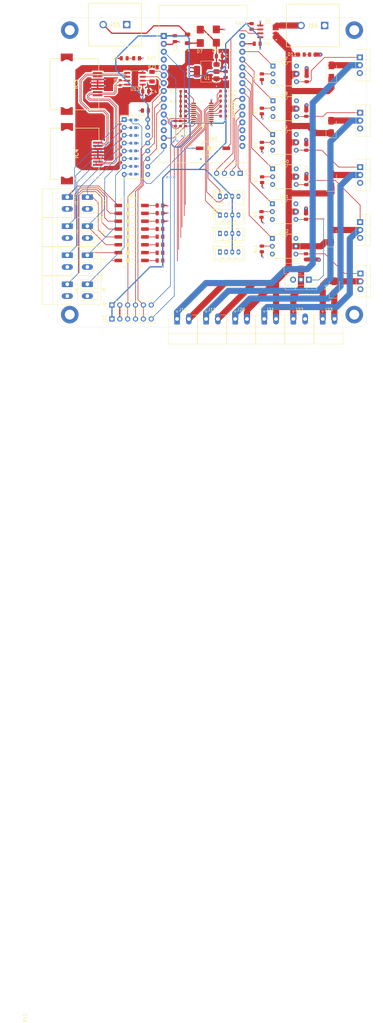
<source format=kicad_pcb>
(kicad_pcb (version 20240108) (generator "pcbnew") (generator_version "8.0")
  (title_block (title "BioReactify Master") (rev "400") (comment 1 "Controller & Measurement Board") (comment 2 "Alexis Saldivar"))
  (layers (0 "F.Cu" signal) (1 "In1.Cu" signal) (2 "In2.Cu" signal) (31 "B.Cu" power) (34 "B.Paste" user) (35 "F.Paste" user) (36 "B.SilkS" user "B.Silkscreen") (37 "F.SilkS" user "F.Silkscreen") (38 "B.Mask" user) (39 "F.Mask" user) (44 "Edge.Cuts" user))
  (net 0 "")
  (net 1 "/5v_protected")
  (net 2 "GND")
  (net 3 "+3.3V")
  (net 4 "+12V")
  (net 5 "/FETNEG0")
  (net 6 "/FETNEG1")
  (net 7 "/FETNEG2")
  (net 8 "/FETNEG3")
  (net 9 "/FETNEG4")
  (net 10 "/FETNEG5")
  (net 11 "/fuse_5v")
  (net 12 "/led_3v3")
  (net 13 "/12v_in")
  (net 14 "+5V")
  (net 21 "/CH0")
  (net 22 "/CH1")
  (net 23 "/CH3")
  (net 24 "/CH4")
  (net 25 "/CH5")
  (net 26 "/CH6")
  (net 27 "/CH7")
  (net 28 "/SPI_DOUT")
  (net 29 "/SPI_DIN")
  (net 30 "/CS2")
  (net 31 "/SPI_CLK")
  (net 32 "/CS3")
  (net 33 "/SCL")
  (net 34 "/SDA")
  (net 35 "-12V")
  (net 36 "/PQ0")
  (net 37 "/PQ1")
  (net 38 "/PQ2")
  (net 39 "/PQ3")
  (net 40 "/PQ4")
  (net 41 "/PQ5")
  (net 42 "/SQ0")
  (net 43 "/SQ1")
  (net 44 "/SQ2")
  (net 45 "/SQ3")
  (net 46 "/SQ4")
  (net 47 "/SQ5")
  (net 48 "/analogs/ACH0")
  (net 49 "/analogs/ACH4")
  (net 50 "/analogs/ACH1")
  (net 51 "/analogs/ACH5")
  (net 52 "/analogs/ACH2")
  (net 53 "/analogs/ACH6")
  (net 54 "/analogs/ACH3")
  (net 55 "/analogs/ACH7")
  (net 56 "Net-(U6-FAULT)")
  (net 57 "Net-(U6-VIOUT)")
  (net 58 "/CS0")
  (net 59 "/CS1")
  (net 61 "/Q5")
  (net 62 "/Q1")
  (net 63 "/Q3")
  (net 65 "/Q4")
  (net 69 "/Q0")
  (net 71 "/Q2")
  (net 84 "/led_12v")
  (net 85 "/TX_P")
  (net 86 "/TX_N")
  (net 87 "/RX_N")
  (net 88 "/RX_P")
  (net 91 "/TX2")
  (net 92 "/RX2")
  (net 93 "/R0")
  (net 94 "/i2c/SC0")
  (net 95 "/i2c/SD0")
  (net 96 "/i2c/SC1")
  (net 97 "/i2c/SD1")
  (net 98 "/i2c/SC2")
  (net 99 "/i2c/SD2")
  (net 100 "/i2c/SC3")
  (net 101 "/i2c/SD3")
  (net 102 "/i2c/INT0")
  (net 103 "/i2c/INT2")
  (net 104 "/i2c/INT1")
  (net 105 "/i2c/INT3")
  (net 106 "Net-(U3-~{INT})")
  (net 107 "/D35")
  (net 108 "/D32")
  (net 109 "/D33")
  (net 110 "/D34")
  (net 111 "/CH2")
  (footprint "Resistor_SMD:R_0603_1608Metric" (layer "F.Cu") (at 153.78125 77.1 180)
    (property "Reference" "R36")
    (property "Value" "10K")
  )
  (footprint "Resistor_SMD:R_0805_2012Metric" (layer "F.Cu") (at 182.7 62.1 180)
    (property "Reference" "R25" (hide yes))
    (property "Value" "550")
  )
  (footprint "Connector_Phoenix_MC:PhoenixContact_MC_1,5_2-G-3.81_1x02_P3.81mm_Horizontal" (layer "F.Cu") (at 167.1 147.6)
    (property "Reference" "J21")
    (property "Value" "Conn_01x02")
  )
  (footprint "Resistor_SMD:R_0805_2012Metric" (layer "F.Cu") (at 180.7 103.2625 90)
    (property "Reference" "R8" (hide yes))
    (property "Value" "470" (hide yes))
  )
  (footprint "Connector_JST:JST_PH_B4B-PH-K_1x04_P2.00mm_Vertical" (layer "F.Cu") (at 152.75 125.95)
    (property "Reference" "J14" (hide yes))
    (property "Value" "Conn_01x04_Pin")
  )
  (footprint "Connector_Phoenix_MC:PhoenixContact_MC_1,5_2-G-3.81_1x02_P3.81mm_Horizontal" (layer "F.Cu") (at 103.4 117.6 -90)
    (property "Reference" "J2")
    (property "Value" "Conn_01x02")
  )
  (footprint "Package_TO_SOT_THT:TO-220-3_Vertical" (layer "F.Cu") (at 198.1 116.3 -90)
    (property "Reference" "Q4" (hide yes))
    (property "Value" "IRLZ44N" (hide yes))
  )
  (footprint "Diode_SMD:D_SMA" (layer "F.Cu") (at 188.8 102.8 90)
    (property "Reference" "D3")
    (property "Value" "50V 5A" (hide yes))
  )
  (footprint "Resistor_SMD:R_0805_2012Metric" (layer "F.Cu") (at 133.3675 123.6 180)
    (property "Reference" "R16" (hide yes))
    (property "Value" "10K")
  )
  (footprint "Connector_Phoenix_MC:PhoenixContact_MC_1,5_2-G-3.81_1x02_P3.81mm_Horizontal" (layer "F.Cu") (at 138.9 147.6)
    (property "Reference" "J18")
    (property "Value" "Conn_01x02")
  )
  (footprint "SamacSys_Parts:MJ5688B111HR1C" (layer "F.Cu") (at 105.7 71.685 -90)
    (property "Reference" "IC3")
    (property "Value" "MJ5688-B111-HR1-C" (hide yes))
  )
  (footprint "Resistor_SMD:R_0805_2012Metric" (layer "F.Cu") (at 180.6 114.45 90)
    (property "Reference" "R10" (hide yes))
    (property "Value" "470" (hide yes))
  )
  (footprint "Resistor_SMD:R_0805_2012Metric" (layer "F.Cu") (at 166.3 80.35 -90)
    (property "Reference" "R3")
    (property "Value" "100" (hide yes))
  )
  (footprint "Resistor_SMD:R_0603_1608Metric" (layer "F.Cu") (at 153.78125 78.8 180)
    (property "Reference" "R27")
    (property "Value" "10K")
  )
  (footprint "Resistor_SMD:R_0805_2012Metric" (layer "F.Cu") (at 180.7 92.1125 90)
    (property "Reference" "R6" (hide yes))
    (property "Value" "470" (hide yes))
  )
  (footprint "MountingHole:MountingHole_3.2mm_M3_ISO7380_Pad" (layer "F.Cu") (at 104.2 54.2)
    (property "Reference" "H2" (hide yes))
    (property "Value" "MountingHole_Pad" (hide yes))
  )
  (footprint "Resistor_SMD:R_0603_1608Metric" (layer "F.Cu") (at 153.78125 80.4 180)
    (property "Reference" "R29")
    (property "Value" "10K")
  )
  (footprint "Connector_Phoenix_MC:PhoenixContact_MCV_1,5_2-G-3.81_1x02_P3.81mm_Vertical" (layer "F.Cu") (at 109.9 108.2 -90)
    (property "Reference" "J5")
    (property "Value" "Conn_01x02")
  )
  (footprint "SamacSys_Parts:KF25C7622P" (layer "F.Cu") (at 186.62 52.7 180)
    (property "Reference" "J16")
    (property "Value" "KF25C-7.62-2P" (hide yes))
  )
  (footprint "Resistor_SMD:R_0603_1608Metric" (layer "F.Cu") (at 153.80625 82 180)
    (property "Reference" "R30")
    (property "Value" "10K")
  )
  (footprint "Capacitor_SMD:C_0805_2012Metric" (layer "F.Cu") (at 128.75 74)
    (property "Reference" "C4")
    (property "Value" "10uF" (hide yes))
  )
  (footprint "Resistor_SMD:R_0805_2012Metric" (layer "F.Cu") (at 163 53 -90)
    (property "Reference" "R24")
    (property "Value" "10K" (hide yes))
  )
  (footprint "Package_TO_SOT_THT:TO-220-3_Vertical" (layer "F.Cu") (at 198.2 132.9 -90)
    (property "Reference" "Q6" (hide yes))
    (property "Value" "IRLZ44N" (hide yes))
  )
  (footprint "Resistor_SMD:R_0805_2012Metric" (layer "F.Cu") (at 133.3675 113.4 180)
    (property "Reference" "R15" (hide yes))
    (property "Value" "150")
  )
  (footprint "Connector_Phoenix_MC:PhoenixContact_MCV_1,5_2-G-3.81_1x02_P3.81mm_Vertical" (layer "F.Cu") (at 109.9 127 -90)
    (property "Reference" "J7")
    (property "Value" "Conn_01x02")
  )
  (footprint "Connector_JST:JST_PH_B4B-PH-K_1x04_P2.00mm_Vertical" (layer "F.Cu") (at 152.75 114)
    (property "Reference" "J12" (hide yes))
    (property "Value" "Conn_01x04_Pin")
  )
  (footprint "MountingHole:MountingHole_3.2mm_M3_ISO7380_Pad" (layer "F.Cu") (at 104.2 146.2)
    (property "Reference" "H1" (hide yes))
    (property "Value" "MountingHole_Pad" (hide yes))
  )
  (footprint "Resistor_SMD:R_0805_2012Metric" (layer "F.Cu") (at 133.3675 110.9 180)
    (property "Reference" "R13" (hide yes))
    (property "Value" "150")
  )
  (footprint "Resistor_SMD:R_0805_2012Metric" (layer "F.Cu") (at 166.3 91.4 -90)
    (property "Reference" "R5")
    (property "Value" "100" (hide yes))
  )
  (footprint "Resistor_SMD:R_0603_1608Metric" (layer "F.Cu") (at 140.88125 75.6)
    (property "Reference" "R32" (hide yes))
    (property "Value" "10K")
  )
  (footprint "Resistor_SMD:R_0603_1608Metric" (layer "F.Cu") (at 139.98125 84.4 -90)
    (property "Reference" "R22")
    (property "Value" "10K")
  )
  (footprint "Resistor_SMD:R_0603_1608Metric" (layer "F.Cu") (at 153.78125 73.9 180)
    (property "Reference" "R34")
    (property "Value" "10K")
  )
  (footprint "Package_DIP:DIP-6_W7.62mm_Socket" (layer "F.Cu") (at 169.9 77.05)
    (property "Reference" "U8")
    (property "Value" "4N25")
  )
  (footprint "LED_SMD:LED_0805_2012Metric" (layer "F.Cu") (at 179.06 62.1 180)
    (property "Reference" "D11")
    (property "Value" "LED" (hide yes))
  )
  (footprint "Package_TO_SOT_THT:TO-220-3_Vertical" (layer "F.Cu") (at 198.1 98.5 -90)
    (property "Reference" "Q3" (hide yes))
    (property "Value" "IRLZ44N" (hide yes))
  )
  (footprint "Resistor_SMD:R_0805_2012Metric" (layer "F.Cu") (at 166.3 124.95 -90)
    (property "Reference" "R11")
    (property "Value" "100" (hide yes))
  )
  (footprint "Connector_PinHeader_2.54mm:PinHeader_1x06_P2.54mm_Vertical" (layer "F.Cu") (at 117.84 143.1 90)
    (property "Reference" "J9")
    (property "Value" "Conn_01x06_Pin" (hide yes))
  )
  (footprint "Resistor_SMD:R_0603_1608Metric" (layer "F.Cu") (at 138.38125 84.4 -90)
    (property "Reference" "R40")
    (property "Value" "10K")
  )
  (footprint "Resistor_SMD:R_0603_1608Metric" (layer "F.Cu") (at 153.78125 75.5 180)
    (property "Reference" "R35")
    (property "Value" "10K")
  )
  (footprint "Capacitor_SMD:C_0805_2012Metric" (layer "F.Cu") (at 152.5625 62.6375)
    (property "Reference" "C1")
    (property "Value" "100nF" (hide yes))
  )
  (footprint "Resistor_SMD:R_0805_2012Metric" (layer "F.Cu") (at 133.3675 126.2 180)
    (property "Reference" "R18" (hide yes))
    (property "Value" "10K")
  )
  (footprint "Resistor_SMD:R_0805_2012Metric" (layer "F.Cu") (at 133.3675 128.7 180)
    (property "Reference" "R20" (hide yes))
    (property "Value" "10K")
  )
  (footprint "Diode_SMD:D_SMA" (layer "F.Cu") (at 189.75 137.4 90)
    (property "Reference" "D6")
    (property "Value" "50V 5A" (hide yes))
  )
  (footprint "Connector_Phoenix_MC:PhoenixContact_MC_1,5_2-G-3.81_1x02_P3.81mm_Horizontal" (layer "F.Cu") (at 157.7 147.6)
    (property "Reference" "J20")
    (property "Value" "Conn_01x02")
  )
  (footprint "Package_SO:SOIC-8_3.9x4.9mm_P1.27mm" (layer "F.Cu") (at 168.3 54.6 180)
    (property "Reference" "U6")
    (property "Value" "ACS712xLCBTR-030B3" (hide yes))
  )
  (footprint "Resistor_SMD:R_0805_2012Metric" (layer "F.Cu") (at 166.4 102.5625 -90)
    (property "Reference" "R7")
    (property "Value" "100" (hide yes))
  )
  (footprint "Package_DIP:DIP-6_W7.62mm_Socket" (layer "F.Cu") (at 169.9 65.8)
    (property "Reference" "U7")
    (property "Value" "4N25")
  )
  (footprint "Resistor_SMD:R_0603_1608Metric" (layer "F.Cu") (at 140.88125 82)
    (property "Reference" "R37")
    (property "Value" "10K")
  )
  (footprint "Package_TO_SOT_THT:TO-220-3_Vertical" (layer "F.Cu") (at 198 63 -90)
    (property "Reference" "Q1" (hide yes))
    (property "Value" "IRLZ44N" (hide yes))
  )
  (footprint "Connector_Phoenix_MC:PhoenixContact_MC_1,5_2-G-3.81_1x02_P3.81mm_Horizontal" (layer "F.Cu") (at 176.5 147.6)
    (property "Reference" "J22")
    (property "Value" "Conn_01x02")
  )
  (footprint "Connector_PinHeader_2.54mm:PinHeader_1x04_P2.54mm_Vertical" (layer "F.Cu") (at 159.3 100.5 -90)
    (property "Reference" "J17")
    (property "Value" "Conn_01x04_Pin")
  )
  (footprint "Connector_Phoenix_MC:PhoenixContact_MC_1,5_2-G-3.81_1x02_P3.81mm_Horizontal" (layer "F.Cu") (at 103.4 127 -90)
    (property "Reference" "J3")
    (property "Value" "Conn_01x02")
  )
  (footprint "Package_DIP:DIP-6_W7.62mm_Socket" (layer "F.Cu") (at 169.8 99.05)
    (property "Reference" "U10")
    (property "Value" "4N25")
  )
  (footprint "Package_TO_SOT_SMD:SOT-223-3_TabPin2" (layer "F.Cu") (at 148.5 67.6 180)
    (property "Reference" "U1")
    (property "Value" "LD1117S33TR_SOT223" (hide yes))
  )
  (footprint "Fuse:Fuse_1206_3216Metric" (layer "F.Cu") (at 142.3 57 -90)
    (property "Reference" "F1")
    (property "Value" "6V 1.5A" (hide yes))
  )
  (footprint "Resistor_SMD:R_0805_2012Metric" (layer "F.Cu") (at 125.8 63.3 180)
    (property "Reference" "R23")
    (property "Value" "100" (hide yes))
  )
  (footprint "Package_DIP:DIP-6_W7.62mm_Socket" (layer "F.Cu") (at 169.7 110.35)
    (property "Reference" "U11")
    (property "Value" "4N25")
  )
  (footprint "Button_Switch_SMD:SW_DIP_SPSTx01_Slide_6.7x4.1mm_W8.61mm_P2.54mm_LowProfile" (layer "F.Cu") (at 150.5 92.4)
    (property "Reference" "SW2")
    (property "Value" "SW_DIP_x01" (hide yes))
  )
  (footprint "Diode_SMD:D_SMB" (layer "F.Cu") (at 146.4 56.2 -90)
    (property "Reference" "D7")
    (property "Value" "50V 2A" (hide yes))
  )
  (footprint "Resistor_SMD:R_0603_1608Metric" (layer "F.Cu") (at 141.58125 84.4 -90)
    (property "Reference" "R26")
    (property "Value" "10K")
  )
  (footprint "Package_TO_SOT_THT:TO-220-3_Vertical" (layer "F.Cu") (at 198.1 80.9 -90)
    (property "Reference" "Q2" (hide yes))
    (property "Value" "IRLZ44N" (hide yes))
  )
  (footprint "Capacitor_SMD:C_0805_2012Metric" (layer "F.Cu") (at 138.2 56.95 -90)
    (property "Reference" "C2")
    (property "Value" "10uF" (hide yes))
  )
  (footprint "Package_SO:SOIC-8_3.9x4.9mm_P1.27mm" (layer "F.Cu") (at 125.275 69.905 180)
    (property "Reference" "U13")
    (property "Value" "MAX3490xSA")
  )
  (footprint "Connector_Phoenix_MC:PhoenixContact_MCV_1,5_2-G-3.81_1x02_P3.81mm_Vertical" (layer "F.Cu") (at 109.9 117.6 -90)
    (property "Reference" "J6")
    (property "Value" "Conn_01x02")
  )
  (footprint "Button_Switch_SMD:SW_DIP_SPSTx08_Slide_6.7x21.88mm_W8.61mm_P2.54mm_LowProfile" (layer "F.Cu") (at 124.2 119.8)
    (property "Reference" "SW1")
    (property "Value" "SW_DIP_x08" (hide yes))
  )
  (footprint "Capacitor_SMD:C_0805_2012Metric" (layer "F.Cu") (at 128.65 80.2 180)
    (property "Reference" "C3")
    (property "Value" "10uF" (hide yes))
  )
  (footprint "Diode_SMD:D_SMB" (layer "F.Cu") (at 151.6 56.1 90)
    (property "Reference" "D8")
    (property "Value" "5.1V" (hide yes))
  )
  (footprint "Connector_PinHeader_2.54mm:PinHeader_1x06_P2.54mm_Vertical" (layer "F.Cu") (at 117.84 147.6 90)
    (property "Reference" "J10")
    (property "Value" "Conn_01x06_Pin" (hide yes))
  )
  (footprint "Resistor_SMD:R_0805_2012Metric" (layer "F.Cu") (at 180.7 81.15 90)
    (property "Reference" "R4" (hide yes))
    (property "Value" "470" (hide yes))
  )
  (footprint "Capacitor_SMD:C_0805_2012Metric" (layer "F.Cu") (at 154.6 68.55 -90)
    (property "Reference" "C7")
    (property "Value" "10uF" (hide yes))
  )
  (footprint "Diode_SMD:D_SMA" (layer "F.Cu") (at 177 131.3)
    (property "Reference" "D5")
    (property "Value" "50V 5A" (hide yes))
  )
  (footprint "other:MODULE_ESP32_DEVKIT_V1" (layer "F.Cu") (at 147.3 71.6)
    (property "Reference" "U5" (hide yes))
    (property "Value" "ESP32-DEVKIT-V1" (hide yes))
  )
  (footprint "Connector_Phoenix_MC:PhoenixContact_MC_1,5_2-G-3.81_1x02_P3.81mm_Horizontal" (layer "F.Cu") (at 103.4 136.4 -90)
    (property "Reference" "J4")
    (property "Value" "Conn_01x02")
  )
  (footprint "Resistor_SMD:R_0603_1608Metric" (layer "F.Cu") (at 140.88125 77.2)
    (property "Reference" "R31")
    (property "Value" "10K")
  )
  (footprint "Package_DIP:DIP-6_W7.62mm_Socket" (layer "F.Cu") (at 169.8 87.95)
    (property "Reference" "U9")
    (property "Value" "4N25")
  )
  (footprint "Package_SO:TSSOP-20_4.4x6.5mm_P0.65mm" (layer "F.Cu") (at 147.09375 80.8 180)
    (property "Reference" "U3")
    (property "Value" "TCA9544A")
  )
  (footprint "MountingHole:MountingHole_3.2mm_M3_ISO7380_Pad" (layer "F.Cu") (at 196.2 146.2)
    (property "Reference" "H4" (hide yes))
    (property "Value" "MountingHole_Pad" (hide yes))
  )
  (footprint "Capacitor_SMD:C_0805_2012Metric" (layer "F.Cu") (at 164.8 58.6 180)
    (property "Reference" "C6")
    (property "Value" "10uF" (hide yes))
  )
  (footprint "Resistor_SMD:R_1206_3216Metric_Pad1.30x1.75mm_HandSolder" (layer "F.Cu") (at 130.8 69.25 -90)
    (property "Reference" "R21")
    (property "Value" "0")
  )
  (footprint "Resistor_SMD:R_0805_2012Metric" (layer "F.Cu") (at 180.6 127.45 -90)
    (property "Reference" "R12")
    (property "Value" "470" (hide yes))
  )
  (footprint "Resistor_SMD:R_0603_1608Metric" (layer "F.Cu") (at 140.88125 74)
    (property "Reference" "R33")
    (property "Value" "10K")
  )
  (footprint "Connector_Phoenix_MC:PhoenixContact_MC_1,5_2-G-3.81_1x02_P3.81mm_Horizontal" (layer "F.Cu") (at 148.3 147.6)
    (property "Reference" "J19")
    (property "Value" "Conn_01x02")
  )
  (footprint "Connector_Phoenix_MC:PhoenixContact_MC_1,5_2-G-3.81_1x02_P3.81mm_Horizontal" (layer "F.Cu") (at 186 147.6)
    (property "Reference" "J23")
    (property "Value" "Conn_01x02")
  )
  (footprint "Resistor_SMD:R_0805_2012Metric" (layer "F.Cu") (at 133.3675 118.5 180)
    (property "Reference" "R19" (hide yes))
    (property "Value" "10K")
  )
  (footprint "Package_DIP:DIP-16_W7.62mm_Socket" (layer "F.Cu") (at 121.8 83.1)
    (property "Reference" "U2" (hide yes))
    (property "Value" "MCP3208")
  )
  (footprint "Connector_Phoenix_MC:PhoenixContact_MC_1,5_2-G-3.81_1x02_P3.81mm_Horizontal" (layer "F.Cu") (at 103.4 108.2 -90)
    (property "Reference" "J1")
    (property "Value" "Conn_01x02")
  )
  (footprint "Diode_SMD:D_SMA" (layer "F.Cu") (at 188.7 120.8 90)
    (property "Reference" "D4" (hide yes))
    (property "Value" "50V 5A" (hide yes))
  )
  (footprint "Package_TO_SOT_THT:TO-220-3_Vertical" (layer "F.Cu") (at 181.5 134.9 180)
    (property "Reference" "Q5" (hide yes))
    (property "Value" "IRLZ44N" (hide yes))
  )
  (footprint "SamacSys_Parts:KF25C7622P" (layer "F.Cu") (at 122.62 52.4 180)
    (property "Reference" "J15")
    (property "Value" "KF25C-7.62-2P" (hide yes))
  )
  (footprint "Resistor_SMD:R_0603_1608Metric" (layer "F.Cu") (at 140.88125 78.8)
    (property "Reference" "R39" (hide yes))
    (property "Value" "10K")
  )
  (footprint "Resistor_SMD:R_0603_1608Metric" (layer "F.Cu") (at 140.88125 80.4)
    (property "Reference" "R38" (hide yes))
    (property "Value" "10K")
  )
  (footprint "Package_DIP:DIP-6_W7.62mm_Socket" (layer "F.Cu") (at 169.7 121.55)
    (property "Reference" "U12")
    (property "Value" "4N25")
  )
  (footprint "Resistor_SMD:R_0805_2012Metric" (layer "F.Cu") (at 180.8 69.9625 90)
    (property "Reference" "R2" (hide yes))
    (property "Value" "470" (hide yes))
  )
  (footprint "Resistor_SMD:R_0805_2012Metric" (layer "F.Cu") (at 166.2 113.8 -90)
    (property "Reference" "R9")
    (property "Value" "100" (hide yes))
  )
  (footprint "MountingHole:MountingHole_3.2mm_M3_ISO7380_Pad" (layer "F.Cu") (at 196.2 54.2)
    (property "Reference" "H3" (hide yes))
    (property "Value" "MountingHole_Pad" (hide yes))
  )
  (footprint "Resistor_SMD:R_0603_1608Metric" (layer "F.Cu") (at 120.5 71.2125 90)
    (property "Reference" "R28")
    (property "Value" "120")
  )
  (footprint "Resistor_SMD:R_0805_2012Metric" (layer "F.Cu") (at 133.3675 121 180)
    (property "Reference" "R14" (hide yes))
    (property "Value" "10K")
  )
  (footprint "Connector_JST:JST_PH_B4B-PH-K_1x04_P2.00mm_Vertical" (layer "F.Cu") (at 152.75 107.95)
    (property "Reference" "J11" (hide yes))
    (property "Value" "Conn_01x04_Pin")
  )
  (footprint "Diode_SMD:D_SMA" (layer "F.Cu") (at 188.8 67.6 90)
    (property "Reference" "D1" (hide yes))
    (property "Value" "50V 5A" (hide yes))
  )
  (footprint "SamacSys_Parts:MJ5688B111HR1C" (layer "F.Cu") (at 105.775 94.16 -90)
    (property "Reference" "IC4")
    (property "Value" "MJ5688-B111-HR1-C" (hide yes))
  )
  (footprint "Resistor_SMD:R_0805_2012Metric" (layer "F.Cu") (at 133.3675 116 180)
    (property "Reference" "R17" (hide yes))
    (property "Value" "150")
  )
  (footprint "Diode_SMD:D_SMA" (layer "F.Cu") (at 188.7 85.5 90)
    (property "Reference" "D2" (hide yes))
    (property "Value" "50V 5A" (hide yes))
  )
  (footprint "Connector_JST:JST_PH_B4B-PH-K_1x04_P2.00mm_Vertical" (layer "F.Cu") (at 152.75 119.95)
    (property "Reference" "J13" (hide yes))
    (property "Value" "Conn_01x04_Pin")
  )
  (footprint "Connector_Phoenix_MC:PhoenixContact_MCV_1,5_2-G-3.81_1x02_P3.81mm_Vertical" (layer "F.Cu") (at 109.9 136.4 -90)
    (property "Reference" "J8")
    (property "Value" "Conn_01x02")
  )
  (footprint "Resistor_SMD:R_0805_2012Metric" (layer "F.Cu") (at 166.3 69.2625 -90)
    (property "Reference" "R1")
    (property "Value" "100" (hide yes))
  )
  (footprint "LED_SMD:LED_0805_2012Metric" (layer "F.Cu") (at 121.8 63.3 180)
    (property "Reference" "D9")
    (property "Value" "LED" (hide yes))
  )
  (footprint "Capacitor_SMD:C_0603_1608Metric" (layer "B.Cu") (at 124.725 100.77)
    (property "Reference" "C14" (hide yes))
    (property "Value" "10uf" (hide yes))
  )
  (footprint "Capacitor_SMD:C_0603_1608Metric" (layer "B.Cu") (at 124.725 93.25)
    (property "Reference" "C11" (hide yes))
    (property "Value" "10uf" (hide yes))
  )
  (footprint "Capacitor_SMD:C_0603_1608Metric" (layer "B.Cu") (at 124.75 83.25 180)
    (property "Reference" "C5" (hide yes))
    (property "Value" "10uf")
  )
  (footprint "Capacitor_SMD:C_0603_1608Metric" (layer "B.Cu") (at 124.75 88.25 180)
    (property "Reference" "C9" (hide yes))
    (property "Value" "10uf" (hide yes))
  )
  (footprint "Capacitor_SMD:C_0603_1608Metric" (layer "B.Cu") (at 124.75 90.75 180)
    (property "Reference" "C10" (hide yes))
    (property "Value" "10uf" (hide yes))
  )
  (footprint "Capacitor_SMD:C_0603_1608Metric" (layer "B.Cu") (at 124.75 85.75 180)
    (property "Reference" "C8" (hide yes))
    (property "Value" "10uf" (hide yes))
  )
  (footprint "Capacitor_SMD:C_0603_1608Metric" (layer "B.Cu") (at 124.725 95.75)
    (property "Reference" "C12" (hide yes))
    (property "Value" "10uf" (hide yes))
  )
  (footprint "Capacitor_SMD:C_0603_1608Metric" (layer "B.Cu") (at 124.725 98.26)
    (property "Reference" "C13" (hide yes))
    (property "Value" "10uf" (hide yes))
  )
  (gr_line (start 103.2 50.2) (end 197.2 50.2) (stroke (width 0.05)) (layer "Edge.Cuts"))
  (gr_line (start 100.2 147.2) (end 100.2 53.2) (stroke (width 0.05)) (layer "Edge.Cuts"))
  (gr_arc (start 200.2 147.2) (mid 199.32132 149.32132) (end 197.2 150.2) (stroke (width 0.05)) (layer "Edge.Cuts"))
  (gr_arc (start 103.2 150.2) (mid 101.07868 149.32132) (end 100.2 147.2) (stroke (width 0.05)) (layer "Edge.Cuts"))
  (gr_arc (start 100.2 53.2) (mid 101.07868 51.07868) (end 103.2 50.2) (stroke (width 0.05)) (layer "Edge.Cuts"))
  (gr_arc (start 197.2 50.2) (mid 199.32132 51.07868) (end 200.2 53.2) (stroke (width 0.05)) (layer "Edge.Cuts"))
  (gr_line (start 197.2 150.2) (end 103.2 150.2) (stroke (width 0.05)) (layer "Edge.Cuts"))
  (gr_line (start 200.2 53.2) (end 200.2 147.2) (stroke (width 0.05)) (layer "Edge.Cuts"))
  (segment (start 151.6 58.25) (end 151.6 58.4) (width 0.4) (layer "F.Cu") (net 1))
  (segment (start 146.4 54.05) (end 147.4 54.05) (width 0.4) (layer "F.Cu") (net 1))
  (segment (start 151.6125 65.2625) (end 151.65 65.3) (width 0.4) (layer "F.Cu") (net 1))
  (segment (start 147.4 54.05) (end 151.6 58.25) (width 0.4) (layer "F.Cu") (net 1))
  (segment (start 151.6125 62.6375) (end 151.6125 65.2625) (width 0.4) (layer "F.Cu") (net 1))
  (segment (start 151.6125 58.4125) (end 151.6125 62.6375) (width 0.4) (layer "F.Cu") (net 1))
  (segment (start 151.6 58.4) (end 151.6125 58.4125) (width 0.4) (layer "F.Cu") (net 1))
  (segment (start 166.3 125.8625) (end 166.3 127.35) (width 0.4) (layer "F.Cu") (net 2))
  (segment (start 153.5125 62.6375) (end 153.5125 61.0875) (width 0.4) (layer "F.Cu") (net 2))
  (segment (start 163.85 58.6) (end 160.025 58.6) (width 0.4) (layer "F.Cu") (net 2))
  (segment (start 135.7 116) (end 135.8 115.9) (width 0.4) (layer "F.Cu") (net 2))
  (segment (start 166.3 81.2625) (end 166.3 82.55) (width 0.4) (layer "F.Cu") (net 2))
  (segment (start 138.2 57.9) (end 139.5 57.9) (width 0.4) (layer "F.Cu") (net 2))
  (segment (start 149.95625 83.725) (end 149.95625 84.85625) (width 0.4) (layer "F.Cu") (net 2))
  (segment (start 149.95625 84.85625) (end 150.1 85) (width 0.4) (layer "F.Cu") (net 2))
  (segment (start 166.3 93.55) (end 166.6 93.85) (width 0.4) (layer "F.Cu") (net 2))
  (segment (start 113.205 73.215) (end 111.015 73.215) (width 0.4) (layer "F.Cu") (net 2))
  (segment (start 149.95625 76.74375) (end 150 76.7) (width 0.4) (layer "F.Cu") (net 2))
  (segment (start 160.025 58.6) (end 160 58.625) (width 0.4) (layer "F.Cu") (net 2))
  (segment (start 134.28 110.9) (end 135.6 110.9) (width 0.4) (layer "F.Cu") (net 2))
  (segment (start 166.3 82.55) (end 166.6 82.85) (width 0.4) (layer "F.Cu") (net 2))
  (segment (start 165.825 51.425) (end 165.8 51.4) (width 0.4) (layer "F.Cu") (net 2))
  (segment (start 135.6 110.9) (end 135.8 111.1) (width 0.4) (layer "F.Cu") (net 2))
  (segment (start 166.2 114.7125) (end 166.2 116.05) (width 0.4) (layer "F.Cu") (net 2))
  (segment (start 134.28 113.4) (end 135.7 113.4) (width 0.4) (layer "F.Cu") (net 2))
  (segment (start 115.595 72.195) (end 115.6 72.2) (width 0.4) (layer "F.Cu") (net 2))
  (segment (start 135.7 113.4) (end 135.8 113.3) (width 0.4) (layer "F.Cu") (net 2))
  (segment (start 113.205 72.195) (end 115.595 72.195) (width 0.4) (layer "F.Cu") (net 2))
  (segment (start 166.4 104.85) (end 166.8 105.25) (width 0.4) (layer "F.Cu") (net 2))
  (segment (start 166.4 103.475) (end 166.4 104.85) (width 0.4) (layer "F.Cu") (net 2))
  (segment (start 127.3 80.2) (end 126.75 80.2) (width 0.4) (layer "F.Cu") (net 2))
  (segment (start 115.555 70.155) (end 115.6 70.2) (width 0.4) (layer "F.Cu") (net 2))
  (segment (start 154.2 69.9) (end 154.6 69.5) (width 0.4) (layer "F.Cu") (net 2))
  (segment (start 149.95625 77.875) (end 149.95625 76.74375) (width 0.4) (layer "F.Cu") (net 2))
  (segment (start 134.775 58.8) (end 134.6 58.625) (width 0.4) (layer "F.Cu") (net 2))
  (segment (start 134.28 116) (end 135.7 116) (width 0.4) (layer "F.Cu") (net 2))
  (segment (start 166.3 92.3125) (end 166.3 93.55) (width 0.4) (layer "F.Cu") (net 2))
  (segment (start 165.825 52.695) (end 165.825 51.425) (width 0.4) (layer "F.Cu") (net 2))
  (segment (start 134.28 116) (end 134.28 113.4) (width 0.4) (layer "F.Cu") (net 2))
  (segment (start 134.28 110.9) (end 134.28 113.4) (width 0.4) (layer "F.Cu") (net 2))
  (segment (start 151.65 69.9) (end 154.2 69.9) (width 0.4) (layer "F.Cu") (net 2))
  (segment (start 127.75 63.3) (end 126.7125 63.3) (width 0.4) (layer "F.Cu") (net 2))
  (segment (start 154.15 53.95) (end 154.2 54) (width 0.4) (layer "F.Cu") (net 2))
  (segment (start 111.015 73.215) (end 110.9 73.1) (width 0.4) (layer "F.Cu") (net 2))
  (segment (start 166.3 127.35) (end 166.6 127.65) (width 0.4) (layer "F.Cu") (net 2))
  (segment (start 110.925 71.175) (end 110.9 71.2) (width 0.4) (layer "F.Cu") (net 2))
  (segment (start 137.3 58.8) (end 134.775 58.8) (width 0.4) (layer "F.Cu") (net 2))
  (segment (start 139.5 57.9) (end 139.6 58) (width 0.4) (layer "F.Cu") (net 2))
  (segment (start 166.3 70.175) (end 166.3 71.55) (width 0.4) (layer "F.Cu") (net 2))
  (segment (start 113.205 71.175) (end 110.925 71.175) (width 0.4) (layer "F.Cu") (net 2))
  (segment (start 129.7 74) (end 129.7 75.25) (width 0.4) (layer "F.Cu") (net 2))
  (segment (start 138.2 57.9) (end 137.3 58.8) (width 0.4) (layer "F.Cu") (net 2))
  (segment (start 166.3 71.55) (end 166.4 71.65) (width 0.4) (layer "F.Cu") (net 2))
  (segment (start 166.2 116.05) (end 166.8 116.65) (width 0.4) (layer "F.Cu") (net 2))
  (segment (start 127.75 67.25) (end 127.75 68) (width 0.4) (layer "F.Cu") (net 2))
  (segment (start 113.205 70.155) (end 115.555 70.155) (width 0.4) (layer "F.Cu") (net 2))
  (segment (start 151.65 69.9) (end 151.65 72.35) (width 0.4) (layer "F.Cu") (net 2))
  (segment (start 151.6 53.95) (end 154.15 53.95) (width 0.4) (layer "F.Cu") (net 2))
  (segment (start 120.38 143.1) (end 120.38 147.6) (width 0.4) (layer "F.Cu") (net 2))
  (segment (start 153.5125 61.0875) (end 153.6 61) (width 0.4) (layer "F.Cu") (net 2))
  (via (at 166.8 116.65) (size 0.6) (drill 0.3) (layers "F.Cu" "B.Cu") (net 2))
  (via (at 129.7 75.25) (size 0.6) (drill 0.3) (layers "F.Cu" "B.Cu") (net 2))
  (via (at 126.25 98.25) (size 0.6) (drill 0.3) (layers "F.Cu" "B.Cu") (net 2))
  (via (at 110.9 71.2) (size 0.6) (drill 0.3) (layers "F.Cu" "B.Cu") (net 2))
  (via (at 126.25 85.75) (size 0.6) (drill 0.3) (layers "F.Cu" "B.Cu") (net 2))
  (via (at 165.8 51.4) (size 0.6) (drill 0.3) (layers "F.Cu" "B.Cu") (net 2))
  (via (at 166.6 82.85) (size 0.6) (drill 0.3) (layers "F.Cu" "B.Cu") (net 2))
  (via (at 135.8 113.3) (size 0.6) (drill 0.3) (layers "F.Cu" "B.Cu") (net 2))
  (via (at 127.75 63.3) (size 0.6) (drill 0.3) (layers "F.Cu" "B.Cu") (net 2))
  (via (at 127.75 67.25) (size 0.6) (drill 0.3) (layers "F.Cu" "B.Cu") (net 2))
  (via (at 153.6 61) (size 0.6) (drill 0.3) (layers "F.Cu" "B.Cu") (net 2))
  (via (at 135.75 101.75) (size 0.6) (drill 0.3) (layers "F.Cu" "B.Cu") (net 2))
  (via (at 166.6 127.65) (size 0.6) (drill 0.3) (layers "F.Cu" "B.Cu") (net 2))
  (via (at 126.25 93.25) (size 0.6) (drill 0.3) (layers "F.Cu" "B.Cu") (net 2))
  (via (at 151.65 72.35) (size 0.6) (drill 0.3) (layers "F.Cu" "B.Cu") (net 2))
  (via (at 150.1 85) (size 0.6) (drill 0.3) (layers "F.Cu" "B.Cu") (net 2))
  (via (at 166.6 93.85) (size 0.6) (drill 0.3) (layers "F.Cu" "B.Cu") (net 2))
  (via (at 126.25 100.75) (size 0.6) (drill 0.3) (layers "F.Cu" "B.Cu") (net 2))
  (via (at 110.9 73.1) (size 0.6) (drill 0.3) (layers "F.Cu" "B.Cu") (net 2))
  (via (at 139.6 58) (size 0.6) (drill 0.3) (layers "F.Cu" "B.Cu") (net 2))
  (via (at 146.6 95.9) (size 0.6) (drill 0.3) (layers "F.Cu" "B.Cu") (net 2))
  (via (at 126.25 95.75) (size 0.6) (drill 0.3) (layers "F.Cu" "B.Cu") (net 2))
  (via (at 126.25 90.75) (size 0.6) (drill 0.3) (layers "F.Cu" "B.Cu") (net 2))
  (via (at 150 76.7) (size 0.6) (drill 0.3) (layers "F.Cu" "B.Cu") (net 2))
  (via (at 135.8 111.1) (size 0.6) (drill 0.3) (layers "F.Cu" "B.Cu") (net 2))
  (via (at 139 90) (size 0.6) (drill 0.3) (layers "F.Cu" "B.Cu") (net 2))
  (via (at 166.4 71.65) (size 0.6) (drill 0.3) (layers "F.Cu" "B.Cu") (net 2))
  (via (at 126.75 80.2) (size 0.6) (drill 0.3) (layers "F.Cu" "B.Cu") (net 2))
  (via (at 140.5 88.5) (size 0.6) (drill 0.3) (layers "F.Cu" "B.Cu") (net 2))
  (via (at 126.25 88.25) (size 0.6) (drill 0.3) (layers "F.Cu" "B.Cu") (net 2))
  (via (at 166.8 105.25) (size 0.6) (drill 0.3) (layers "F.Cu" "B.Cu") (net 2))
  (via (at 154.2 54) (size 0.6) (drill 0.3) (layers "F.Cu" "B.Cu") (net 2))
  (via (at 135.8 115.9) (size 0.6) (drill 0.3) (layers "F.Cu" "B.Cu") (net 2))
  (via (at 115.6 72.2) (size 0.6) (drill 0.3) (layers "F.Cu" "B.Cu") (net 2))
  (via (at 115.6 70.2) (size 0.6) (drill 0.3) (layers "F.Cu" "B.Cu") (net 2))
  (via (at 126.25 83.25) (size 0.6) (drill 0.3) (layers "F.Cu" "B.Cu") (net 2))
  (segment (start 125.5 100.77) (end 126.23 100.77) (width 0.4) (layer "B.Cu") (net 2))
  (segment (start 126.24 98.26) (end 126.25 98.25) (width 0.4) (layer "B.Cu") (net 2))
  (segment (start 125.5 98.26) (end 126.24 98.26) (width 0.4) (layer "B.Cu") (net 2))
  (segment (start 125.525 88.25) (end 126.25 88.25) (width 0.4) (layer "B.Cu") (net 2))
  (segment (start 125.5 93.25) (end 126.25 93.25) (width 0.4) (layer "B.Cu") (net 2))
  (segment (start 125.525 83.25) (end 126.25 83.25) (width 0.4) (layer "B.Cu") (net 2))
  (segment (start 126.23 100.77) (end 126.25 100.75) (width 0.4) (layer "B.Cu") (net 2))
  (segment (start 125.525 85.75) (end 126.25 85.75) (width 0.4) (layer "B.Cu") (net 2))
  (segment (start 125.5 95.75) (end 126.25 95.75) (width 0.4) (layer "B.Cu") (net 2))
  (segment (start 125.525 90.75) (end 126.25 90.75) (width 0.4) (layer "B.Cu") (net 2))
  (segment (start 151.65 67.6) (end 149.2 67.6) (width 0.4) (layer "F.Cu") (net 3))
  (segment (start 120.8625 63.3) (end 119.1 63.3) (width 0.4) (layer "F.Cu") (net 3))
  (segment (start 142.8 67.6) (end 145.35 67.6) (width 0.4) (layer "F.Cu") (net 3))
  (segment (start 134.28 128.7) (end 134.28 130.72) (width 0.4) (layer "F.Cu") (net 3))
  (segment (start 165.75 58.6) (end 165.75 56.58) (width 0.4) (layer "F.Cu") (net 3))
  (segment (start 138.38125 83.575) (end 137.275 83.575) (width 0.4) (layer "F.Cu") (net 3))
  (segment (start 142.8 66.3) (end 144.05 66.3) (width 0.4) (layer "F.Cu") (net 3))
  (segment (start 127.8 71.86) (end 127.75 71.81) (width 0.4) (layer "F.Cu") (net 3))
  (segment (start 127.8 74) (end 127.8 75.7) (width 0.4) (layer "F.Cu") (net 3))
  (segment (start 144.23125 83.725) (end 143.875 83.725) (width 0.4) (layer "F.Cu") (net 3))
  (segment (start 144.05 66.3) (end 145.35 67.6) (width 0.4) (layer "F.Cu") (net 3))
  (segment (start 137.275 83.575) (end 137.2 83.5) (width 0.4) (layer "F.Cu") (net 3))
  (segment (start 144.05 68.9) (end 145.35 67.6) (width 0.4) (layer "F.Cu") (net 3))
  (segment (start 154.60625 73.9) (end 154.60625 81.975) (width 0.4) (layer "F.Cu") (net 3))
  (segment (start 127.8 74) (end 127.8 71.86) (width 0.4) (layer "F.Cu") (net 3))
  (segment (start 163 52.0875) (end 161.2875 52.0875) (width 0.4) (layer "F.Cu") (net 3))
  (segment (start 154.63125 83.33125) (end 154.7 83.4) (width 0.4) (layer "F.Cu") (net 3))
  (segment (start 140.05625 74) (end 140.05625 82) (width 0.4) (layer "F.Cu") (net 3))
  (segment (start 154.6 67.6) (end 154.6 65.6) (width 0.4) (layer "F.Cu") (net 3))
  (segment (start 142.8 68.9) (end 144.05 68.9) (width 0.4) (layer "F.Cu") (net 3))
  (segment (start 134.28 118.5) (end 134.28 128.7) (width 0.4) (layer "F.Cu") (net 3))
  (segment (start 154.63125 82) (end 154.63125 83.33125) (width 0.4) (layer "F.Cu") (net 3))
  (segment (start 129.6 80.2) (end 129.6 82.92) (width 0.4) (layer "F.Cu") (net 3))
  (segment (start 165.75 56.58) (end 165.825 56.505) (width 0.4) (layer "F.Cu") (net 3))
  (segment (start 138.2 56) (end 134.685 56) (width 0.4) (layer "F.Cu") (net 3))
  (segment (start 165.75 58.6) (end 165.75 60.25) (width 0.4) (layer "F.Cu") (net 3))
  (segment (start 161.2875 52.0875) (end 161.2 52) (width 0.4) (layer "F.Cu") (net 3))
  (segment (start 129.6 82.92) (end 129.42 83.1) (width 0.4) (layer "F.Cu") (net 3))
  (segment (start 141.58125 83.575) (end 139.98125 83.575) (width 0.4) (layer "F.Cu") (net 3))
  (segment (start 151.65 67.6) (end 154.6 67.6) (width 0.4) (layer "F.Cu") (net 3))
  (segment (start 154.60625 81.975) (end 154.63125 82) (width 0.4) (layer "F.Cu") (net 3))
  (segment (start 143.875 83.725) (end 143.1 84.5) (width 0.4) (layer "F.Cu") (net 3))
  (segment (start 134.28 130.72) (end 134.25 130.75) (width 0.4) (layer "F.Cu") (net 3))
  (segment (start 129.6 80.2) (end 129.6 78.4) (width 0.4) (layer "F.Cu") (net 3))
  (segment (start 134.685 56) (end 134.6 56.085) (width 0.4) (layer "F.Cu") (net 3))
  (segment (start 139.98125 83.575) (end 138.38125 83.575) (width 0.4) (layer "F.Cu") (net 3))
  (segment (start 165.75 60.25) (end 165.8 60.3) (width 0.4) (layer "F.Cu") (net 3))
  (via (at 127.8 75.7) (size 0.6) (drill 0.3) (layers "F.Cu" "B.Cu") (net 3))
  (via (at 154.6 65.6) (size 0.6) (drill 0.3) (layers "F.Cu" "B.Cu") (net 3))
  (via (at 142.8 68.9) (size 0.6) (drill 0.3) (layers "F.Cu" "B.Cu") (net 3))
  (via (at 149.2 67.6) (size 0.6) (drill 0.3) (layers "F.Cu" "B.Cu") (net 3))
  (via (at 142.8 67.6) (size 0.6) (drill 0.3) (layers "F.Cu" "B.Cu") (net 3))
  (via (at 119.1 63.3) (size 0.6) (drill 0.3) (layers "F.Cu" "B.Cu") (net 3))
  (via (at 129.6 78.4) (size 0.6) (drill 0.3) (layers "F.Cu" "B.Cu") (net 3))
  (via (at 165.8 60.3) (size 0.6) (drill 0.3) (layers "F.Cu" "B.Cu") (net 3))
  (via (at 143.1 84.5) (size 0.6) (drill 0.3) (layers "F.Cu" "B.Cu") (net 3))
  (via (at 142.8 66.3) (size 0.6) (drill 0.3) (layers "F.Cu" "B.Cu") (net 3))
  (via (at 137.2 83.5) (size 0.6) (drill 0.3) (layers "F.Cu" "B.Cu") (net 3))
  (via (at 134.25 130.75) (size 0.6) (drill 0.3) (layers "F.Cu" "B.Cu") (net 3))
  (via (at 161.2 52) (size 0.6) (drill 0.3) (layers "F.Cu" "B.Cu") (net 3))
  (via (at 154.7 83.4) (size 0.6) (drill 0.3) (layers "F.Cu" "B.Cu") (net 3))
  (segment (start 146.035 99.25) (end 154.7 90.585) (width 0.4) (layer "B.Cu") (net 3))
  (segment (start 143.1 84.5) (end 143.1 88.9) (width 0.4) (layer "B.Cu") (net 3))
  (segment (start 127.8 75.7) (end 127.8 76.6) (width 0.4) (layer "B.Cu") (net 3))
  (segment (start 154.6 65.6) (end 154.475 65.725) (width 0.4) (layer "B.Cu") (net 3))
  (segment (start 127.8 76.6) (end 129.6 78.4) (width 0.4) (layer "B.Cu") (net 3))
  (segment (start 138 92) (end 137 91) (width 0.4) (layer "B.Cu") (net 3))
  (segment (start 119.1 67) (end 127.8 75.7) (width 0.4) (layer "B.Cu") (net 3))
  (segment (start 154.6 58.6) (end 161.2 52) (width 0.4) (layer "B.Cu") (net 3))
  (segment (start 154.7 90.585) (end 154.7 83.4) (width 0.4) (layer "B.Cu") (net 3))
  (segment (start 149.2 67.6) (end 147.9 68.9) (width 0.4) (layer "B.Cu") (net 3))
  (segment (start 156.75 107.95) (end 156.75 125.95) (width 0.4) (layer "B.Cu") (net 3))
  (segment (start 146.035 99.25) (end 148.05 99.25) (width 0.4) (layer "B.Cu") (net 3))
  (segment (start 119.1 63.3) (end 119.1 67) (width 0.4) (layer "B.Cu") (net 3))
  (segment (start 143.1 84.5) (end 143.3 84.3) (width 0.4) (layer "B.Cu") (net 3))
  (segment (start 154.475 65.725) (end 154.475 83.175) (width 0.4) (layer "B.Cu") (net 3))
  (segment (start 142.8 84.2) (end 143.1 84.5) (width 0.4) (layer "B.Cu") (net 3))
  (segment (start 161.2 52) (end 165.8 56.6) (width 0.4) (layer "B.Cu") (net 3))
  (segment (start 143.3 84.3) (end 153.8 84.3) (width 0.4) (layer "B.Cu") (net 3))
  (segment (start 142.085 56.085) (end 142.8 56.8) (width 0.4) (layer "B.Cu") (net 3))
  (segment (start 129.6 78.4) (end 129.42 78.58) (width 0.4) (layer "B.Cu") (net 3))
  (segment (start 165.8 56.6) (end 165.8 60.3) (width 0.4) (layer "B.Cu") (net 3))
  (segment (start 154.6 65.6) (end 154.6 58.6) (width 0.4) (layer "B.Cu") (net 3))
  (segment (start 143.1 88.9) (end 140 92) (width 0.4) (layer "B.Cu") (net 3))
  (segment (start 129.42 78.58) (end 129.42 83.1) (width 0.4) (layer "B.Cu") (net 3))
  (segment (start 148.05 99.25) (end 156.75 107.95) (width 0.4) (layer "B.Cu") (net 3))
  (segment (start 130.19 130.75) (end 117.84 143.1) (width 0.4) (layer "B.Cu") (net 3))
  (segment (start 134.6 56.085) (end 126.315 56.085) (width 0.4) (layer "B.Cu") (net 3))
  (segment (start 142.8 67.6) (end 142.8 68.9) (width 0.4) (layer "B.Cu") (net 3))
  (segment (start 137 91) (end 137 83.7) (width 0.4) (layer "B.Cu") (net 3))
  (segment (start 117.84 143.1) (end 117.84 147.6) (width 0.4) (layer "B.Cu") (net 3))
  (segment (start 147.9 68.9) (end 142.8 68.9) (width 0.4) (layer "B.Cu") (net 3))
  (segment (start 126.315 56.085) (end 119.1 63.3) (width 0.4) (layer "B.Cu") (net 3))
  (segment (start 152.6 67.6) (end 154.6 65.6) (width 0.4) (layer "B.Cu") (net 3))
  (segment (start 142.8 66.3) (end 142.8 67.6) (width 0.4) (layer "B.Cu") (net 3))
  (segment (start 134.25 130.75) (end 130.19 130.75) (width 0.4) (layer "B.Cu") (net 3))
  (segment (start 153.8 84.3) (end 154.7 83.4) (width 0.4) (layer "B.Cu") (net 3))
  (segment (start 137 83.7) (end 137.2 83.5) (width 0.4) (layer "B.Cu") (net 3))
  (segment (start 142.8 56.8) (end 142.8 66.3) (width 0.4) (layer "B.Cu") (net 3))
  (segment (start 149.2 67.6) (end 152.6 67.6) (width 0.4) (layer "B.Cu") (net 3))
  (segment (start 134.25 130.75) (end 134.25 102) (width 0.4) (layer "B.Cu") (net 3))
  (segment (start 134.25 102) (end 137 99.25) (width 0.4) (layer "B.Cu") (net 3))
  (segment (start 140 92) (end 138 92) (width 0.4) (layer "B.Cu") (net 3))
  (segment (start 142.8 68.9) (end 142.8 84.2) (width 0.4) (layer "B.Cu") (net 3))
  (segment (start 154.475 83.175) (end 154.7 83.4) (width 0.4) (layer "B.Cu") (net 3))
  (segment (start 137 99.25) (end 146.035 99.25) (width 0.4) (layer "B.Cu") (net 3))
  (segment (start 129.42 83.1) (end 129.42 85.64) (width 0.4) (layer "B.Cu") (net 3))
  (segment (start 134.6 56.085) (end 142.085 56.085) (width 0.4) (layer "B.Cu") (net 3))
  (segment (start 183.7 87.5) (end 181.4 85.2) (width 2) (layer "F.Cu") (net 4))
  (segment (start 188.8 104.8) (end 188.8 106.8) (width 2) (layer "F.Cu") (net 4))
  (segment (start 175.39 112.89) (end 175 112.5) (width 2) (layer "F.Cu") (net 4))
  (segment (start 175.3 107) (end 175 107.3) (width 2) (layer "F.Cu") (net 4))
  (segment (start 177.42 101.59) (end 175.16 101.59) (width 2) (layer "F.Cu") (net 4))
  (segment (start 170.91 147.6) (end 170.91 135.39) (width 2) (layer "F.Cu") (net 4))
  (segment (start 186.8 122.8) (end 188.7 122.8) (width 2) (layer "F.Cu") (net 4))
  (segment (start 175 112.5) (end 175 123.3) (width 2) (layer "F.Cu") (net 4))
  (segment (start 175 123.3) (end 175.79 124.09) (width 2) (layer "F.Cu") (net 4))
  (segment (start 170.3 136) (end 163.71 136) (width 2) (layer "F.Cu") (net 4))
  (segment (start 177.32 112.89) (end 175.39 112.89) (width 2) (layer "F.Cu") (net 4))
  (segment (start 175.76 90.49) (end 175 91.25) (width 2) (layer "F.Cu") (net 4))
  (segment (start 175 107.3) (end 175 112.5) (width 2) (layer "F.Cu") (net 4))
  (segment (start 181.4 85.2) (end 175.4 85.2) (width 2) (layer "F.Cu") (net 4))
  (segment (start 170.3 136) (end 154.31 136) (width 2) (layer "F.Cu") (net 4))
  (segment (start 189.75 147.54) (end 189.81 147.6) (width 2) (layer "F.Cu") (net 4))
  (segment (start 178.1225 62.1) (end 176.37 62.1) (width 1.3) (layer "F.Cu") (net 4))
  (segment (start 176.37 62.1) (end 175 60.73) (width 1.3) (layer "F.Cu") (net 4))
  (segment (start 175 123.3) (end 175 131.3) (width 2) (layer "F.Cu") (net 4))
  (segment (start 163.71 136) (end 152.11 147.6) (width 2) (layer "F.Cu") (net 4))
  (segment (start 170.775 55.235) (end 175 59.46) (width 1.3) (layer "F.Cu") (net 4))
  (segment (start 161.51 147.6) (end 161.51 144.79) (width 2) (layer "F.Cu") (net 4))
  (segment (start 175 91.25) (end 175 101.75) (width 2) (layer "F.Cu") (net 4))
  (segment (start 188.8 106.8) (end 188.6 107) (width 2) (layer "F.Cu") (net 4))
  (segment (start 175 59.46) (end 175 60.73) (width 1.3) (layer "F.Cu") (net 4))
  (segment (start 185.51 124.09) (end 177.32 124.09) (width 2) (layer "F.Cu") (net 4))
  (segment (start 186.8 122.8) (end 185.51 124.09) (width 2) (layer "F.Cu") (net 4))
  (segment (start 175.79 124.09) (end 177.32 124.09) (width 2) (layer "F.Cu") (net 4))
  (segment (start 175 69.72863) (end 175 73.9) (width 2) (layer "F.Cu") (net 4))
  (segment (start 177.52 68.34) (end 176.38863 68.34) (width 2) (layer "F.Cu") (net 4))
  (segment (start 177.52 79.59) (end 175.41 79.59) (width 2) (layer "F.Cu") (net 4))
  (segment (start 175.41 79.59) (end 175 80) (width 2) (layer "F.Cu") (net 4))
  (segment (start 170.91 135.39) (end 170.3 136) (width 2) (layer "F.Cu") (net 4))
  (segment (start 161.51 144.79) (end 170.91 135.39) (width 2) (layer "F.Cu") (net 4))
  (segment (start 187.7 73.9) (end 175 73.9) (width 2) (layer "F.Cu") (net 4))
  (segment (start 175 73.9) (end 175 80) (width 2) (layer "F.Cu") (net 4))
  (segment (start 189.75 139.4) (end 189.75 147.54) (width 2) (layer "F.Cu") (net 4))
  (segment (start 170.775 56.505) (end 175 60.73) (width 2) (layer "F.Cu") (net 4))
  (segment (start 188.8 72.8) (end 187.7 73.9) (width 2) (layer "F.Cu") (net 4))
  (segment (start 170.91 135.39) (end 175 131.3) (width 2) (layer "F.Cu") (net 4))
  (segment (start 175.16 101.59) (end 175 101.75) (width 2) (layer "F.Cu") (net 4))
  (segment (start 177.42 90.49) (end 175.76 90.49) (width 2) (layer "F.Cu") (net 4))
  (segment (start 154.31 136) (end 142.71 147.6) (width 2) (layer "F.Cu") (net 4))
  (segment (start 175 101.75) (end 175 107.3) (width 2) (layer "F.Cu") (net 4))
  (segment (start 175 80) (end 175 84.8) (width 2) (layer "F.Cu") (net 4))
  (segment (start 175.4 85.2) (end 175 84.8) (width 2) (layer "F.Cu") (net 4))
  (segment (start 188.8 69.6) (end 188.8 72.8) (width 2) (layer "F.Cu") (net 4))
  (segment (start 175 84.8) (end 175 91.25) (width 2) (layer "F.Cu") (net 4))
  (segment (start 188.7 87.5) (end 183.7 87.5) (width 2) (layer "F.Cu") (net 4))
  (segment (start 188.6 107) (end 175.3 107) (width 2) (layer "F.Cu") (net 4))
  (segment (start 175 60.73) (end 175 69.72863) (width 2) (layer "F.Cu") (net 4))
  (segment (start 176.38863 68.34) (end 175 69.72863) (width 2) (layer "F.Cu") (net 4))
  (segment (start 188.86 65.54) (end 188.8 65.6) (width 2) (layer "F.Cu") (net 5))
  (segment (start 197.94 65.6) (end 198 65.54) (width 1.3) (layer "F.Cu") (net 5))
  (segment (start 198 65.54) (end 188.86 65.54) (width 2) (layer "F.Cu") (net 5))
  (segment (start 138.9 145.35) (end 148.25 136) (width 2) (layer "B.Cu") (net 5))
  (segment (start 169.5 136) (end 174 131.5) (width 2) (layer "B.Cu") (net 5))
  (segment (start 194.96 65.54) (end 198 65.54) (width 2) (layer "B.Cu") (net 5))
  (segment (start 148.25 136) (end 169.5 136) (width 2) (layer "B.Cu") (net 5))
  (segment (start 182.75 129.75) (end 182.75 77.75) (width 2) (layer "B.Cu") (net 5))
  (segment (start 174 131.5) (end 181 131.5) (width 2) (layer "B.Cu") (net 5))
  (segment (start 138.9 147.6) (end 138.9 145.35) (width 2) (layer "B.Cu") (net 5))
  (segment (start 182.75 77.75) (end 194.96 65.54) (width 2) (layer "B.Cu") (net 5))
  (segment (start 181 131.5) (end 182.75 129.75) (width 2) (layer "B.Cu") (net 5))
  (segment (start 198.04 83.5) (end 198.1 83.44) (width 1.3) (layer "F.Cu") (net 6))
  (segment (start 198.1 83.44) (end 188.76 83.44) (width 2) (layer "F.Cu") (net 6))
  (segment (start 188.76 83.44) (end 188.7 83.5) (width 2) (layer "F.Cu") (net 6))
  (segment (start 155.5 138.5) (end 184.5 138.5) (width 2) (layer "B.Cu") (net 6))
  (segment (start 148.3 147.6) (end 148.3 145.7) (width 2) (layer "B.Cu") (net 6))
  (segment (start 148.3 145.7) (end 155.5 138.5) (width 2) (layer "B.Cu") (net 6))
  (segment (start 195.31 83.44) (end 198.1 83.44) (width 2) (layer "B.Cu") (net 6))
  (segment (start 188.5 134.5) (end 188.5 90.25) (width 2) (layer "B.Cu") (net 6))
  (segment (start 184.5 138.5) (end 188.5 134.5) (width 2) (layer "B.Cu") (net 6))
  (segment (start 188.5 90.25) (end 195.31 83.44) (width 2) (layer "B.Cu") (net 6))
  (segment (start 197.86 100.8) (end 198.1 101.04) (width 1.3) (layer "F.Cu") (net 7))
  (segment (start 189.04 101.04) (end 188.8 100.8) (width 2) (layer "F.Cu") (net 7))
  (segment (start 198.1 101.04) (end 189.04 101.04) (width 2) (layer "F.Cu") (net 7))
  (segment (start 191.75 137) (end 191.75 104.5) (width 2) (layer "B.Cu") (net 7))
  (segment (start 162.5 141) (end 187.75 141) (width 2) (layer "B.Cu") (net 7))
  (segment (start 157.7 145.8) (end 162.5 141) (width 2) (layer "B.Cu") (net 7))
  (segment (start 187.75 141) (end 191.75 137) (width 2) (layer "B.Cu") (net 7))
  (segment (start 191.75 104.5) (end 195.21 101.04) (width 2) (layer "B.Cu") (net 7))
  (segment (start 157.7 147.6) (end 157.7 145.8) (width 2) (layer "B.Cu") (net 7))
  (segment (start 195.21 101.04) (end 198.1 101.04) (width 2) (layer "B.Cu") (net 7))
  (segment (start 198.1 118.84) (end 188.74 118.84) (width 2) (layer "F.Cu") (net 8))
  (segment (start 188.74 118.84) (end 188.7 118.8) (width 2) (layer "F.Cu") (net 8))
  (segment (start 198.06 118.8) (end 198.1 118.84) (width 1.3) (layer "F.Cu") (net 8))
  (segment (start 197.548405 118.84) (end 198.1 118.84) (width 2) (layer "B.Cu") (net 8))
  (segment (start 190.5 143.75) (end 194.75 139.5) (width 2) (layer "B.Cu") (net 8))
  (segment (start 194.75 139.5) (end 194.75 121.638405) (width 2) (layer "B.Cu") (net 8))
  (segment (start 167.1 147.6) (end 167.1 144.65) (width 2) (layer "B.Cu") (net 8))
  (segment (start 194.75 121.638405) (end 197.548405 118.84) (width 2) (layer "B.Cu") (net 8))
  (segment (start 167.1 144.65) (end 168 143.75) (width 2) (layer "B.Cu") (net 8))
  (segment (start 168 143.75) (end 190.5 143.75) (width 2) (layer "B.Cu") (net 8))
  (segment (start 178.96 137.54) (end 176.5 140) (width 2) (layer "F.Cu") (net 9))
  (segment (start 178.96 134.9) (end 178.96 137.54) (width 2) (layer "F.Cu") (net 9))
  (segment (start 176.5 140) (end 176.5 147.6) (width 2) (layer "F.Cu") (net 9))
  (segment (start 179 131.3) (end 179 134.86) (width 2) (layer "F.Cu") (net 9))
  (segment (start 179 134.86) (end 178.96 134.9) (width 2) (layer "F.Cu") (net 9))
  (segment (start 186 147.6) (end 186 136.75) (width 2) (layer "F.Cu") (net 10))
  (segment (start 198.2 135.44) (end 189.79 135.44) (width 2) (layer "F.Cu") (net 10))
  (segment (start 189.79 135.44) (end 189.75 135.4) (width 2) (layer "F.Cu") (net 10))
  (segment (start 198.16 135.4) (end 198.2 135.44) (width 2) (layer "F.Cu") (net 10))
  (segment (start 187.35 135.4) (end 189.75 135.4) (width 2) (layer "F.Cu") (net 10))
  (segment (start 186 136.75) (end 187.35 135.4) (width 2) (layer "F.Cu") (net 10))
  (segment (start 146.35 58.4) (end 146.4 58.35) (width 0.4) (layer "F.Cu") (net 11))
  (segment (start 142.3 58.4) (end 146.35 58.4) (width 0.4) (layer "F.Cu") (net 11))
  (segment (start 122.7375 63.3) (end 124.8875 63.3) (width 0.2) (layer "F.Cu") (net 12))
  (segment (start 179 52.7) (end 172.4 52.7) (width 2) (layer "F.Cu") (net 13))
  (segment (start 171.3 52.7) (end 170.8 53.2) (width 2) (layer "F.Cu") (net 13))
  (segment (start 139.5 52.8) (end 142.3 55.6) (width 0.4) (layer "F.Cu") (net 14))
  (segment (start 115 52.4) (end 117.8 55.2) (width 0.4) (layer "F.Cu") (net 14))
  (segment (start 131.4 52.8) (end 139.5 52.8) (width 0.4) (layer "F.Cu") (net 14))
  (segment (start 117.8 55.2) (end 129 55.2) (width 0.4) (layer "F.Cu") (net 14))
  (segment (start 129 55.2) (end 131.4 52.8) (width 0.4) (layer "F.Cu") (net 14))
  (segment (start 119.895 110.91) (end 113.585 104.6) (width 0.2) (layer "F.Cu") (net 21))
  (segment (start 144.1 92.4) (end 146.195 92.4) (width 0.2) (layer "F.Cu") (net 21))
  (segment (start 113.585 104.6) (end 106.7 104.6) (width 0.2) (layer "F.Cu") (net 21))
  (segment (start 106.7 104.6) (end 103.1 108.2) (width 0.2) (layer "F.Cu") (net 21))
  (via (at 144.1 92.4) (size 0.6) (drill 0.3) (layers "F.Cu" "B.Cu") (net 21))
  (segment (start 141.8 92.4) (end 130.4 103.8) (width 0.2) (layer "B.Cu") (net 21))
  (segment (start 127.5 102.25) (end 127.5 85.5) (width 0.2) (layer "B.Cu") (net 21))
  (segment (start 127.5 85.5) (end 126.5 84.5) (width 0.2) (layer "B.Cu") (net 21))
  (segment (start 144.1 92.4) (end 141.8 92.4) (width 0.2) (layer "B.Cu") (net 21))
  (segment (start 124.75 84.5) (end 123.975 83.725) (width 0.2) (layer "B.Cu") (net 21))
  (segment (start 121.775 83.475) (end 121.4 83.1) (width 0.2) (layer "B.Cu") (net 21))
  (segment (start 129.05 103.8) (end 127.5 102.25) (width 0.2) (layer "B.Cu") (net 21))
  (segment (start 126.5 84.5) (end 124.75 84.5) (width 0.2) (layer "B.Cu") (net 21))
  (segment (start 121.4 83.1) (end 121.8 83.1) (width 0.2) (layer "B.Cu") (net 21))
  (segment (start 123.975 83.725) (end 123.975 83.25) (width 0.2) (layer "B.Cu") (net 21))
  (segment (start 105.75 105.85) (end 105.75 98.75) (width 0.2) (layer "B.Cu") (net 21))
  (segment (start 121.95 83.25) (end 121.8 83.1) (width 0.2) (layer "B.Cu") (net 21))
  (segment (start 130.4 103.8) (end 129.05 103.8) (width 0.2) (layer "B.Cu") (net 21))
  (segment (start 105.75 98.75) (end 121.4 83.1) (width 0.2) (layer "B.Cu") (net 21))
  (segment (start 103.4 108.2) (end 105.75 105.85) (width 0.2) (layer "B.Cu") (net 21))
  (segment (start 123.975 83.25) (end 121.95 83.25) (width 0.2) (layer "B.Cu") (net 21))
  (segment (start 105.8 107.2) (end 105.8 115.2) (width 0.2) (layer "F.Cu") (net 22))
  (segment (start 107.8 105.2) (end 105.8 107.2) (width 0.2) (layer "F.Cu") (net 22))
  (segment (start 105.8 115.2) (end 103.4 117.6) (width 0.2) (layer "F.Cu") (net 22))
  (segment (start 119.895 113.45) (end 117.25 113.45) (width 0.2) (layer "F.Cu") (net 22))
  (segment (start 117.25 113.45) (end 116.2 112.4) (width 0.2) (layer "F.Cu") (net 22))
  (segment (start 116.2 112.4) (end 116.2 108) (width 0.2) (layer "F.Cu") (net 22))
  (segment (start 113.4 105.2) (end 107.8 105.2) (width 0.2) (layer "F.Cu") (net 22))
  (segment (start 116.2 108) (end 113.4 105.2) (width 0.2) (layer "F.Cu") (net 22))
  (segment (start 121.8 85.64) (end 106.15 101.29) (width 0.2) (layer "B.Cu") (net 22))
  (segment (start 121.91 85.75) (end 121.8 85.64) (width 0.2) (layer "B.Cu") (net 22))
  (segment (start 106.15 114.85) (end 103.4 117.6) (width 0.2) (layer "B.Cu") (net 22))
  (segment (start 123.975 85.75) (end 121.91 85.75) (width 0.2) (layer "B.Cu") (net 22))
  (segment (start 106.15 101.29) (end 106.15 114.85) (width 0.2) (layer "B.Cu") (net 22))
  (segment (start 107.2 107.6) (end 107.2 132.6) (width 0.2) (layer "F.Cu") (net 23))
  (segment (start 112.6 106.4) (end 108.4 106.4) (width 0.2) (layer "F.Cu") (net 23))
  (segment (start 119.825 118.6) (end 119.895 118.53) (width 0.2) (layer "F.Cu") (net 23))
  (segment (start 119.895 118.53) (end 116.73 118.53) (width 0.2) (layer "F.Cu") (net 23))
  (segment (start 116.73 118.53) (end 114.6 116.4) (width 0.2) (layer "F.Cu") (net 23))
  (segment (start 114.6 116.4) (end 114.6 108.4) (width 0.2) (layer "F.Cu") (net 23))
  (segment (start 108.4 106.4) (end 107.2 107.6) (width 0.2) (layer "F.Cu") (net 23))
  (segment (start 107.2 132.6) (end 103.4 136.4) (width 0.2) (layer "F.Cu") (net 23))
  (segment (start 114.6 108.4) (end 112.6 106.4) (width 0.2) (layer "F.Cu") (net 23))
  (segment (start 123.975 90.75) (end 121.83 90.75) (width 0.2) (layer "B.Cu") (net 23))
  (segment (start 106.95 105.57) (end 106.95 132.85) (width 0.2) (layer "B.Cu") (net 23))
  (segment (start 106.95 132.85) (end 103.4 136.4) (width 0.2) (layer "B.Cu") (net 23))
  (segment (start 121.8 90.72) (end 106.95 105.57) (width 0.2) (layer "B.Cu") (net 23))
  (segment (start 121.83 90.75) (end 121.8 90.72) (width 0.2) (layer "B.Cu") (net 23))
  (segment (start 113.4 118.8) (end 113.4 110) (width 0.2) (layer "F.Cu") (net 24))
  (segment (start 115.67 121.07) (end 119.895 121.07) (width 0.2) (layer "F.Cu") (net 24))
  (segment (start 113.4 110) (end 111.6 108.2) (width 0.2) (layer "F.Cu") (net 24))
  (segment (start 111.6 108.2) (end 109.9 108.2) (width 0.2) (layer "F.Cu") (net 24))
  (segment (start 113.4 118.8) (end 115.67 121.07) (width 0.2) (layer "F.Cu") (net 24))
  (segment (start 123.95 93.25) (end 121.81 93.25) (width 0.2) (layer "B.Cu") (net 24))
  (segment (start 121.8 93.26) (end 109.9 105.16) (width 0.2) (layer "B.Cu") (net 24))
  (segment (start 121.81 93.25) (end 121.8 93.26) (width 0.2) (layer "B.Cu") (net 24))
  (segment (start 109.9 105.16) (end 109.9 108.2) (width 0.2) (layer "B.Cu") (net 24))
  (segment (start 119.895 123.61) (end 115.91 123.61) (width 0.2) (layer "F.Cu") (net 25))
  (segment (start 115.91 123.61) (end 109.9 117.6) (width 0.2) (layer "F.Cu") (net 25))
  (segment (start 121.85 95.75) (end 121.8 95.8) (width 0.2) (layer "B.Cu") (net 25))
  (segment (start 123.95 95.75) (end 121.85 95.75) (width 0.2) (layer "B.Cu") (net 25))
  (segment (start 121.8 95.8) (end 115.5 102.1) (width 0.2) (layer "B.Cu") (net 25))
  (segment (start 115.5 102.1) (end 115.5 112) (width 0.2) (layer "B.Cu") (net 25))
  (segment (start 115.5 112) (end 109.9 117.6) (width 0.2) (layer "B.Cu") (net 25))
  (segment (start 110.75 126.15) (end 109.9 127) (width 0.2) (layer "F.Cu") (net 26))
  (segment (start 119.895 126.15) (end 110.75 126.15) (width 0.2) (layer "F.Cu") (net 26))
  (segment (start 119 101.14) (end 119 117.9) (width 0.2) (layer "B.Cu") (net 26))
  (segment (start 123.95 98.26) (end 121.88 98.26) (width 0.2) (layer "B.Cu") (net 26))
  (segment (start 119 117.9) (end 109.9 127) (width 0.2) (layer "B.Cu") (net 26))
  (segment (start 121.8 98.34) (end 119 101.14) (width 0.2) (layer "B.Cu") (net 26))
  (segment (start 121.88 98.26) (end 121.8 98.34) (width 0.2) (layer "B.Cu") (net 26))
  (segment (start 117.61 128.69) (end 109.9 136.4) (width 0.2) (layer "F.Cu") (net 27))
  (segment (start 119.895 128.69) (end 117.61 128.69) (width 0.2) (layer "F.Cu") (net 27))
  (segment (start 121.8 124.5) (end 109.9 136.4) (width 0.2) (layer "B.Cu") (net 27))
  (segment (start 121.91 100.77) (end 121.8 100.88) (width 0.2) (layer "B.Cu") (net 27))
  (segment (start 121.8 100.88) (end 121.8 124.5) (width 0.2) (layer "B.Cu") (net 27))
  (segment (start 123.95 100.77) (end 121.91 100.77) (width 0.2) (layer "B.Cu") (net 27))
  (segment (start 131.6 79.4) (end 134.595 76.405) (width 0.2) (layer "F.Cu") (net 28))
  (segment (start 131.6 90.68) (end 131.6 79.4) (width 0.2) (layer "F.Cu") (net 28))
  (segment (start 125.46 143.1) (end 125.46 147.6) (width 0.2) (layer "F.Cu") (net 28))
  (segment (start 125.46 106.29) (end 127.6 104.15) (width 0.2) (layer "F.Cu") (net 28))
  (segment (start 127.6 94.68) (end 131.6 90.68) (width 0.2) (layer "F.Cu") (net 28))
  (segment (start 125.46 143.1) (end 125.46 106.29) (width 0.2) (layer "F.Cu") (net 28))
  (segment (start 127.6 104.15) (end 127.6 94.68) (width 0.2) (layer "F.Cu") (net 28))
  (segment (start 134.595 76.405) (end 134.6 76.405) (width 0.2) (layer "F.Cu") (net 28))
  (segment (start 132.3 92.52) (end 128 96.82) (width 0.2) (layer "F.Cu") (net 29))
  (segment (start 128 104.315686) (end 126.25 106.065686) (width 0.2) (layer "F.Cu") (net 29))
  (segment (start 128 96.82) (end 128 104.315686) (width 0.2) (layer "F.Cu") (net 29))
  (segment (start 134.6 78.945) (end 132.3 81.245) (width 0.2) (layer "F.Cu") (net 29))
  (segment (start 134.655 79) (end 134.6 78.945) (width 0.2) (layer "F.Cu") (net 29))
  (segment (start 132.3 81.245) (end 132.3 92.52) (width 0.2) (layer "F.Cu") (net 29))
  (segment (start 128 143.1) (end 128 147.6) (width 0.2) (layer "F.Cu") (net 29))
  (segment (start 126.25 106.065686) (end 126.25 141.35) (width 0.2) (layer "F.Cu") (net 29))
  (segment (start 126.25 141.35) (end 128 143.1) (width 0.2) (layer "F.Cu") (net 29))
  (segment (start 136.75 101.75) (end 136.75 91.25) (width 0.2) (layer "F.Cu") (net 30))
  (segment (start 136.75 91.25) (end 138 90) (width 0.2) (layer "F.Cu") (net 30))
  (via (at 136.75 101.75) (size 0.6) (drill 0.3) (layers "F.Cu" "B.Cu") (net 30))
  (via (at 138 90) (size 0.6) (drill 0.3) (layers "F.Cu" "B.Cu") (net 30))
  (segment (start 138.5 70.145) (end 134.6 66.245) (width 0.2) (layer "B.Cu") (net 30))
  (segment (start 138 90) (end 138.5 89.5) (width 0.2) (layer "B.Cu") (net 30))
  (segment (start 138.5 89.5) (end 138.5 70.145) (width 0.2) (layer "B.Cu") (net 30))
  (segment (start 136.75 101.75) (end 136.75 136.89) (width 0.2) (layer "B.Cu") (net 30))
  (segment (start 136.75 136.89) (end 130.54 143.1) (width 0.2) (layer "B.Cu") (net 30))
  (segment (start 130.9 77.534314) (end 134.569314 73.865) (width 0.2) (layer "F.Cu") (net 31))
  (segment (start 127.2 103.8) (end 127.2 92.54) (width 0.2) (layer "F.Cu") (net 31))
  (segment (start 123 108) (end 127.2 103.8) (width 0.2) (layer "F.Cu") (net 31))
  (segment (start 127.2 92.54) (end 130.9 88.84) (width 0.2) (layer "F.Cu") (net 31))
  (segment (start 130.9 88.84) (end 130.9 77.534314) (width 0.2) (layer "F.Cu") (net 31))
  (segment (start 123 143.02) (end 123 108) (width 0.2) (layer "F.Cu") (net 31))
  (segment (start 134.569314 73.865) (end 134.6 73.865) (width 0.2) (layer "F.Cu") (net 31))
  (segment (start 122.92 143.1) (end 123 143.02) (width 0.2) (layer "F.Cu") (net 31))
  (segment (start 122.92 143.1) (end 122.92 147.6) (width 0.2) (layer "F.Cu") (net 31))
  (segment (start 141.25 88.5) (end 141.25 88.75) (width 0.2) (layer "F.Cu") (net 32))
  (segment (start 138 92) (end 138 101.75) (width 0.2) (layer "F.Cu") (net 32))
  (segment (start 141.25 88.75) (end 138 92) (width 0.2) (layer "F.Cu") (net 32))
  (via (at 138 101.75) (size 0.6) (drill 0.3) (layers "F.Cu" "B.Cu") (net 32))
  (via (at 141.25 88.5) (size 0.6) (drill 0.3) (layers "F.Cu" "B.Cu") (net 32))
  (segment (start 138 101.75) (end 138 140.14) (width 0.2) (layer "B.Cu") (net 32))
  (segment (start 141.25 67.815) (end 134.6 61.165) (width 0.2) (layer "B.Cu") (net 32))
  (segment (start 141.25 88.5) (end 141.25 67.815) (width 0.2) (layer "B.Cu") (net 32))
  (segment (start 138 140.14) (end 130.54 147.6) (width 0.2) (layer "B.Cu") (net 32))
  (segment (start 137.70125 89.105) (end 134.6 89.105) (width 0.2) (layer "F.Cu") (net 33))
  (segment (start 141.58125 85.225) (end 137.70125 89.105) (width 0.2) (layer "F.Cu") (net 33))
  (segment (start 145.26875 82.725001) (end 144.968749 82.425) (width 0.2) (layer "F.Cu") (net 33))
  (segment (start 145.26875 83.993456) (end 145.26875 82.725001) (width 0.2) (layer "F.Cu") (net 33))
  (segment (start 141.58125 85.225) (end 144.037206 85.225) (width 0.2) (layer "F.Cu") (net 33))
  (segment (start 144.968749 82.425) (end 144.23125 82.425) (width 0.2) (layer "F.Cu") (net 33))
  (segment (start 144.037206 85.225) (end 145.26875 83.993456) (width 0.2) (layer "F.Cu") (net 33))
  (segment (start 134.6 81.485) (end 134.6 81.5) (width 0.2) (layer "F.Cu") (net 34))
  (segment (start 142.08125 84.4) (end 143.40625 83.075) (width 0.2) (layer "F.Cu") (net 34))
  (segment (start 137.825 85.925) (end 136 84.1) (width 0.2) (layer "F.Cu") (net 34))
  (segment (start 136 84.1) (end 136 82.885) (width 0.2) (layer "F.Cu") (net 34))
  (segment (start 143.40625 83.075) (end 144.23125 83.075) (width 0.2) (layer "F.Cu") (net 34))
  (segment (start 136 82.885) (end 134.6 81.485) (width 0.2) (layer "F.Cu") (net 34))
  (segment (start 140.80625 84.4) (end 142.08125 84.4) (width 0.2) (layer "F.Cu") (net 34))
  (segment (start 139.98125 85.225) (end 140.80625 84.4) (width 0.2) (layer "F.Cu") (net 34))
  (segment (start 139.98125 85.225) (end 139.28125 85.925) (width 0.2) (layer "F.Cu") (net 34))
  (segment (start 139.28125 85.925) (end 137.825 85.925) (width 0.2) (layer "F.Cu") (net 34))
  (segment (start 180.7 89.75) (end 180.6 89.65) (width 1.3) (layer "F.Cu") (net 35))
  (segment (start 180.7 102.35) (end 180.7 100.75) (width 1.3) (layer "F.Cu") (net 35))
  (segment (start 180.6 113.5375) (end 180.6 111.85) (width 1.3) (layer "F.Cu") (net 35))
  (segment (start 180.6 128.3625) (end 184.6125 128.3625) (width 1.3) (layer "F.Cu") (net 35))
  (segment (start 180.7 78.55) (end 180.8 78.45) (width 1.3) (layer "F.Cu") (net 35))
  (segment (start 180.7 100.75) (end 180.8 100.65) (width 1.3) (layer "F.Cu") (net 35))
  (segment (start 180.7 91.2) (end 180.7 89.75) (width 1.3) (layer "F.Cu") (net 35))
  (segment (start 184.6125 128.3625) (end 184.75 128.5) (width 1.3) (layer "F.Cu") (net 35))
  (segment (start 180.7 80.2375) (end 180.7 78.55) (width 1.3) (layer "F.Cu") (net 35))
  (segment (start 185.3 62.1) (end 183.6125 62.1) (width 1.3) (layer "F.Cu") (net 35))
  (segment (start 180.6 128.3625) (end 181.2625 128.3625) (width 1.3) (layer "F.Cu") (net 35))
  (segment (start 180.8 69.05) (end 180.8 66.45) (width 1.3) (layer "F.Cu") (net 35))
  (via (at 180.6 111.85) (size 1) (drill 0.3) (layers "F.Cu" "B.Cu") (net 35))
  (via (at 180.8 100.65) (size 1) (drill 0.3) (layers "F.Cu" "B.Cu") (net 35))
  (via (at 180.8 78.45) (size 1) (drill 0.3) (layers "F.Cu" "B.Cu") (net 35))
  (via (at 184.75 128.5) (size 1) (drill 0.3) (layers "F.Cu" "B.Cu") (net 35))
  (via (at 185.3 62.1) (size 1) (drill 0.3) (layers "F.Cu" "B.Cu") (net 35))
  (via (at 180.8 66.45) (size 1) (drill 0.3) (layers "F.Cu" "B.Cu") (net 35))
  (via (at 180.6 89.65) (size 1) (drill 0.3) (layers "F.Cu" "B.Cu") (net 35))
  (segment (start 177.52 70.88) (end 180.795 70.88) (width 0.2) (layer "F.Cu") (net 36))
  (segment (start 182.3 67.3) (end 186.6 63) (width 0.2) (layer "F.Cu") (net 36))
  (segment (start 182.3 70.4) (end 182.3 67.3) (width 0.2) (layer "F.Cu") (net 36))
  (segment (start 186.6 63) (end 198 63) (width 0.2) (layer "F.Cu") (net 36))
  (segment (start 181.825 70.875) (end 182.3 70.4) (width 0.2) (layer "F.Cu") (net 36))
  (segment (start 180.795 70.88) (end 180.8 70.875) (width 0.2) (layer "F.Cu") (net 36))
  (segment (start 180.8 70.875) (end 181.825 70.875) (width 0.2) (layer "F.Cu") (net 36))
  (segment (start 186.1375 82.0625) (end 187.3 80.9) (width 0.2) (layer "F.Cu") (net 37))
  (segment (start 187.3 80.9) (end 198.1 80.9) (width 0.2) (layer "F.Cu") (net 37))
  (segment (start 180.6325 82.13) (end 180.7 82.0625) (width 0.2) (layer "F.Cu") (net 37))
  (segment (start 180.7 82.0625) (end 186.1375 82.0625) (width 0.2) (layer "F.Cu") (net 37))
  (segment (start 177.52 82.13) (end 180.6325 82.13) (width 0.2) (layer "F.Cu") (net 37))
  (segment (start 185.725 93.075) (end 191.15 98.5) (width 0.2) (layer "F.Cu") (net 38))
  (segment (start 185.675 93.025) (end 185.725 93.075) (width 0.2) (layer "F.Cu") (net 38))
  (segment (start 191.15 98.5) (end 198.1 98.5) (width 0.2) (layer "F.Cu") (net 38))
  (segment (start 177.42 93.03) (end 180.695 93.03) (width 0.2) (layer "F.Cu") (net 38))
  (segment (start 180.695 93.03) (end 180.7 93.025) (width 0.2) (layer "F.Cu") (net 38))
  (segment (start 180.7 93.025) (end 185.675 93.025) (width 0.2) (layer "F.Cu") (net 38))
  (segment (start 190.1 102.8) (end 198.1 110.8) (width 0.2) (layer "F.Cu") (net 39))
  (segment (start 177.465 104.175) (end 177.42 104.13) (width 0.2) (layer "F.Cu") (net 39))
  (segment (start 180.7 104.175) (end 177.465 104.175) (width 0.2) (layer "F.Cu") (net 39))
  (segment (start 182.075 102.8) (end 190.1 102.8) (width 0.2) (layer "F.Cu") (net 39))
  (segment (start 198.1 110.8) (end 198.1 116.3) (width 0.2) (layer "F.Cu") (net 39))
  (segment (start 180.7 104.175) (end 182.075 102.8) (width 0.2) (layer "F.Cu") (net 39))
  (segment (start 186.25 115.25) (end 180.7125 115.25) (width 0.2) (layer "F.Cu") (net 40))
  (segment (start 177.32 115.43) (end 180.5325 115.43) (width 0.2) (layer "F.Cu") (net 40))
  (segment (start 180.5325 115.43) (end 180.6 115.3625) (width 0.2) (layer "F.Cu") (net 40))
  (segment (start 180.7125 115.25) (end 180.6 115.3625) (width 0.2) (layer "F.Cu") (net 40))
  (via (at 186.25 115.25) (size 0.6) (drill 0.3) (layers "F.Cu" "B.Cu") (net 40))
  (segment (start 186.25 133.5) (end 184.75 135) (width 0.2) (layer "B.Cu") (net 40))
  (segment (start 181.5 135) (end 184.75 135) (width 0.2) (layer "B.Cu") (net 40))
  (segment (start 186.25 115.25) (end 186.25 133.5) (width 0.2) (layer "B.Cu") (net 40))
  (segment (start 181.5 134.9) (end 181.5 135) (width 0.2) (layer "B.Cu") (net 40))
  (segment (start 186.7375 126.5375) (end 193.1 132.9) (width 0.2) (layer "F.Cu") (net 41))
  (segment (start 193.1 132.9) (end 198.2 132.9) (width 0.2) (layer "F.Cu") (net 41))
  (segment (start 180.6 126.5375) (end 186.7375 126.5375) (width 0.2) (layer "F.Cu") (net 41))
  (segment (start 177.4125 126.5375) (end 177.32 126.63) (width 0.2) (layer "F.Cu") (net 41))
  (segment (start 180.6 126.5375) (end 177.4125 126.5375) (width 0.2) (layer "F.Cu") (net 41))
  (segment (start 166.3 68.35) (end 169.89 68.35) (width 0.2) (layer "F.Cu") (net 42))
  (segment (start 169.89 68.35) (end 169.9 68.34) (width 0.2) (layer "F.Cu") (net 42))
  (segment (start 166.3 79.4375) (end 169.7475 79.4375) (width 0.2) (layer "F.Cu") (net 43))
  (segment (start 169.7475 79.4375) (end 169.9 79.59) (width 0.2) (layer "F.Cu") (net 43))
  (segment (start 166.3025 90.49) (end 166.3 90.4875) (width 0.2) (layer "F.Cu") (net 44))
  (segment (start 169.8 90.49) (end 166.3025 90.49) (width 0.2) (layer "F.Cu") (net 44))
  (segment (start 166.4 101.65) (end 169.74 101.65) (width 0.2) (layer "F.Cu") (net 45))
  (segment (start 169.74 101.65) (end 169.8 101.59) (width 0.2) (layer "F.Cu") (net 45))
  (segment (start 166.2 112.8875) (end 169.6975 112.8875) (width 0.2) (layer "F.Cu") (net 46))
  (segment (start 169.6975 112.8875) (end 169.7 112.89) (width 0.2) (layer "F.Cu") (net 46))
  (segment (start 166.3 124.0375) (end 169.6475 124.0375) (width 0.2) (layer "F.Cu") (net 47))
  (segment (start 169.6475 124.0375) (end 169.7 124.09) (width 0.2) (layer "F.Cu") (net 47))
  (segment (start 132.445 110.91) (end 132.455 110.9) (width 0.2) (layer "F.Cu") (net 48))
  (segment (start 128.505 110.91) (end 132.445 110.91) (width 0.2) (layer "F.Cu") (net 48))
  (segment (start 128.505 121.07) (end 132.385 121.07) (width 0.2) (layer "F.Cu") (net 49))
  (segment (start 132.385 121.07) (end 132.455 121) (width 0.2) (layer "F.Cu") (net 49))
  (segment (start 128.505 113.45) (end 132.405 113.45) (width 0.2) (layer "F.Cu") (net 50))
  (segment (start 132.405 113.45) (end 132.455 113.4) (width 0.2) (layer "F.Cu") (net 50))
  (segment (start 132.445 123.61) (end 132.455 123.6) (width 0.2) (layer "F.Cu") (net 51))
  (segment (start 128.505 123.61) (end 132.445 123.61) (width 0.2) (layer "F.Cu") (net 51))
  (segment (start 128.505 115.99) (end 132.445 115.99) (width 0.2) (layer "F.Cu") (net 52))
  (segment (start 132.445 115.99) (end 132.455 116) (width 0.2) (layer "F.Cu") (net 52))
  (segment (start 132.405 126.15) (end 132.455 126.2) (width 0.2) (layer "F.Cu") (net 53))
  (segment (start 128.505 126.15) (end 132.405 126.15) (width 0.2) (layer "F.Cu") (net 53))
  (segment (start 128.505 118.53) (end 132.425 118.53) (width 0.2) (layer "F.Cu") (net 54))
  (segment (start 132.425 118.53) (end 132.455 118.5) (width 0.2) (layer "F.Cu") (net 54))
  (segment (start 132.445 128.69) (end 132.455 128.7) (width 0.2) (layer "F.Cu") (net 55))
  (segment (start 128.505 128.69) (end 132.445 128.69) (width 0.2) (layer "F.Cu") (net 55))
  (segment (start 165.825 53.965) (end 163.0525 53.965) (width 0.2) (layer "F.Cu") (net 56))
  (segment (start 163.0525 53.965) (end 163 53.9125) (width 0.2) (layer "F.Cu") (net 56))
  (segment (start 154.805 92.4) (end 156.3 90.905) (width 0.2) (layer "F.Cu") (net 57))
  (segment (start 162.035 55.235) (end 165.825 55.235) (width 0.2) (layer "F.Cu") (net 57))
  (segment (start 158.7 54.4) (end 161.2 54.4) (width 0.2) (layer "F.Cu") (net 57))
  (segment (start 156.3 56.8) (end 158.7 54.4) (width 0.2) (layer "F.Cu") (net 57))
  (segment (start 161.2 54.4) (end 162.035 55.235) (width 0.2) (layer "F.Cu") (net 57))
  (segment (start 156.3 90.905) (end 156.3 56.8) (width 0.2) (layer "F.Cu") (net 57))
  (segment (start 134.6 91.645) (end 134.6 93.16) (width 0.2) (layer "B.Cu") (net 58))
  (segment (start 134.6 93.16) (end 129.42 98.34) (width 0.2) (layer "B.Cu") (net 58))
  (segment (start 134.495 63.6) (end 134.6 63.705) (width 0.2) (layer "F.Cu") (net 59))
  (segment (start 162.2 76.065) (end 162.2 114.05) (width 0.2) (layer "F.Cu") (net 61))
  (segment (start 162.2 114.05) (end 169.7 121.55) (width 0.2) (layer "F.Cu") (net 61))
  (segment (start 160 73.865) (end 162.2 76.065) (width 0.2) (layer "F.Cu") (net 61))
  (segment (start 160 63.705) (end 163.8 67.505) (width 0.2) (layer "F.Cu") (net 62))
  (segment (start 163.8 67.505) (end 163.8 70.95) (width 0.2) (layer "F.Cu") (net 62))
  (segment (start 163.8 70.95) (end 169.9 77.05) (width 0.2) (layer "F.Cu") (net 62))
  (segment (start 163 71.785) (end 163 92.25) (width 0.2) (layer "F.Cu") (net 63))
  (segment (start 163 92.25) (end 169.8 99.05) (width 0.2) (layer "F.Cu") (net 63))
  (segment (start 160 68.785) (end 163 71.785) (width 0.2) (layer "F.Cu") (net 63))
  (segment (start 160 71.325) (end 162.6 73.925) (width 0.2) (layer "F.Cu") (net 65))
  (segment (start 162.6 103.25) (end 169.7 110.35) (width 0.2) (layer "F.Cu") (net 65))
  (segment (start 162.6 73.925) (end 162.6 103.25) (width 0.2) (layer "F.Cu") (net 65))
  (segment (start 160 61.165) (end 165.265 61.165) (width 0.2) (layer "F.Cu") (net 69))
  (segment (start 165.265 61.165) (end 169.9 65.8) (width 0.2) (layer "F.Cu") (net 69))
  (segment (start 163.4 81.55) (end 163.4 69.6) (width 0.2) (layer "F.Cu") (net 71))
  (segment (start 160.045 66.245) (end 160 66.245) (width 0.2) (layer "F.Cu") (net 71))
  (segment (start 169.8 87.95) (end 163.4 81.55) (width 0.2) (layer "F.Cu") (net 71))
  (segment (start 163.4 69.6) (end 160.045 66.245) (width 0.2) (layer "F.Cu") (net 71))
  (segment (start 179.9975 62.1) (end 181.7875 62.1) (width 0.2) (layer "F.Cu") (net 84))
  (segment (start 116.180222 81.598422) (end 116.180222 90.201578) (width 0.2) (layer "F.Cu") (net 85))
  (segment (start 110.5068 80.525) (end 115.1068 80.525) (width 0.2) (layer "F.Cu") (net 85))
  (segment (start 113.205 68.115) (end 113.49 68.4) (width 0.2) (layer "F.Cu") (net 85))
  (segment (start 115.1068 80.525) (end 116.180222 81.598422) (width 0.2) (layer "F.Cu") (net 85))
  (segment (start 114.765 90.875) (end 114.48 90.59) (width 0.2) (layer "F.Cu") (net 85))
  (segment (start 113.205 68.115) (end 112.92 68.4) (width 0.2) (layer "F.Cu") (net 85))
  (segment (start 122.4 68.4) (end 122.8 68) (width 0.2) (layer "F.Cu") (net 85))
  (segment (start 107.475 77.4932) (end 110.5068 80.525) (width 0.2) (layer "F.Cu") (net 85))
  (segment (start 115.5068 90.875) (end 114.765 90.875) (width 0.2) (layer "F.Cu") (net 85))
  (segment (start 109.4818 68.4) (end 107.475 70.4068) (width 0.2) (layer "F.Cu") (net 85))
  (segment (start 116.180222 90.201578) (end 115.5068 90.875) (width 0.2) (layer "F.Cu") (net 85))
  (segment (start 114.48 90.59) (end 113.28 90.59) (width 0.2) (layer "F.Cu") (net 85))
  (segment (start 112.92 68.4) (end 109.4818 68.4) (width 0.2) (layer "F.Cu") (net 85))
  (segment (start 107.475 70.4068) (end 107.475 77.4932) (width 0.2) (layer "F.Cu") (net 85))
  (segment (start 113.49 68.4) (end 122.4 68.4) (width 0.2) (layer "F.Cu") (net 85))
  (segment (start 113.205 69.135) (end 113.49 68.85) (width 0.2) (layer "F.Cu") (net 86))
  (segment (start 113.49 68.85) (end 122.38 68.85) (width 0.2) (layer "F.Cu") (net 86))
  (segment (start 122.38 68.85) (end 122.8 69.27) (width 0.2) (layer "F.Cu") (net 86))
  (segment (start 115.2932 80.075) (end 116.630222 81.412022) (width 0.2) (layer "F.Cu") (net 86))
  (segment (start 116.630222 81.412022) (end 116.630222 90.387978) (width 0.2) (layer "F.Cu") (net 86))
  (segment (start 114.765 91.325) (end 114.48 91.61) (width 0.2) (layer "F.Cu") (net 86))
  (segment (start 113.205 69.135) (end 112.92 68.85) (width 0.2) (layer "F.Cu") (net 86))
  (segment (start 116.630222 90.387978) (end 115.6932 91.325) (width 0.2) (layer "F.Cu") (net 86))
  (segment (start 109.6682 68.85) (end 107.925 70.5932) (width 0.2) (layer "F.Cu") (net 86))
  (segment (start 110.6932 80.075) (end 115.2932 80.075) (width 0.2) (layer "F.Cu") (net 86))
  (segment (start 107.925 77.3068) (end 110.6932 80.075) (width 0.2) (layer "F.Cu") (net 86))
  (segment (start 114.48 91.61) (end 113.28 91.61) (width 0.2) (layer "F.Cu") (net 86))
  (segment (start 115.6932 91.325) (end 114.765 91.325) (width 0.2) (layer "F.Cu") (net 86))
  (segment (start 107.925 70.5932) (end 107.925 77.3068) (width 0.2) (layer "F.Cu") (net 86))
  (segment (start 112.92 68.85) (end 109.6682 68.85) (width 0.2) (layer "F.Cu") (net 86))
  (segment (start 118.775 72.1125) (end 120.5 70.3875) (width 0.2) (layer "F.Cu") (net 87))
  (segment (start 111.72 74.52) (end 110.706832 74.52) (width 0.2) (layer "F.Cu") (net 87))
  (segment (start 109.860132 75.3667) (end 109.860132 76.078332) (width 0.2) (layer "F.Cu") (net 87))
  (segment (start 113.565 96.995) (end 113.28 96.71) (width 0.2) (layer "F.Cu") (net 87))
  (segment (start 110.706832 74.52) (end 109.860132 75.3667) (width 0.2) (layer "F.Cu") (net 87))
  (segment (start 113.49 74.52) (end 118.3618 74.52) (width 0.2) (layer "F.Cu") (net 87))
  (segment (start 120.6525 70.54) (end 120.5 70.3875) (width 0.2) (layer "F.Cu") (net 87))
  (segment (start 109.860132 76.078332) (end 110.7068 76.925) (width 0.2) (layer "F.Cu") (net 87))
  (segment (start 116.8068 76.925) (end 118.975 79.0932) (width 0.2) (layer "F.Cu") (net 87))
  (segment (start 118.775 74.1068) (end 118.775 72.1125) (width 0.2) (layer "F.Cu") (net 87))
  (segment (start 118.1868 96.995) (end 113.565 96.995) (width 0.2) (layer "F.Cu") (net 87))
  (segment (start 113.205 74.235) (end 113.49 74.52) (width 0.2) (layer "F.Cu") (net 87))
  (segment (start 118.975 96.2068) (end 118.1868 96.995) (width 0.2) (layer "F.Cu") (net 87))
  (segment (start 122.8 70.54) (end 120.6525 70.54) (width 0.2) (layer "F.Cu") (net 87))
  (segment (start 113.205 74.235) (end 112.005 74.235) (width 0.2) (layer "F.Cu") (net 87))
  (segment (start 112.005 74.235) (end 111.72 74.52) (width 0.2) (layer "F.Cu") (net 87))
  (segment (start 118.3618 74.52) (end 118.775 74.1068) (width 0.2) (layer "F.Cu") (net 87))
  (segment (start 110.7068 76.925) (end 116.8068 76.925) (width 0.2) (layer "F.Cu") (net 87))
  (segment (start 118.975 79.0932) (end 118.975 96.2068) (width 0.2) (layer "F.Cu") (net 87))
  (segment (start 119.225 72.298897) (end 119.486397 72.0375) (width 0.2) (layer "F.Cu") (net 88))
  (segment (start 110.893232 74.97) (end 110.310132 75.5531) (width 0.2) (layer "F.Cu") (net 88))
  (segment (start 119.425 78.9068) (end 119.425 96.3932) (width 0.2) (layer "F.Cu") (net 88))
  (segment (start 113.49 74.97) (end 118.5482 74.97) (width 0.2) (layer "F.Cu") (net 88))
  (segment (start 112.005 75.255) (end 111.72 74.97) (width 0.2) (layer "F.Cu") (net 88))
  (segment (start 113.205 75.255) (end 112.005 75.255) (width 0.2) (layer "F.Cu") (net 88))
  (segment (start 119.486397 72.0375) (end 120.5 72.0375) (width 0.2) (layer "F.Cu") (net 88))
  (segment (start 119.225 74.2932) (end 119.225 72.298897) (width 0.2) (layer "F.Cu") (net 88))
  (segment (start 118.3732 97.445) (end 113.565 97.445) (width 0.2) (layer "F.Cu") (net 88))
  (segment (start 110.310132 75.891932) (end 110.8932 76.475) (width 0.2) (layer "F.Cu") (net 88))
  (segment (start 110.310132 75.5531) (end 110.310132 75.891932) (width 0.2) (layer "F.Cu") (net 88))
  (segment (start 120.7275 71.81) (end 120.5 72.0375) (width 0.2) (layer "F.Cu") (net 88))
  (segment (start 113.205 75.255) (end 113.49 74.97) (width 0.2) (layer "F.Cu") (net 88))
  (segment (start 111.72 74.97) (end 110.893232 74.97) (width 0.2) (layer "F.Cu") (net 88))
  (segment (start 110.8932 76.475) (end 116.9932 76.475) (width 0.2) (layer "F.Cu") (net 88))
  (segment (start 122.8 71.81) (end 120.7275 71.81) (width 0.2) (layer "F.Cu") (net 88))
  (segment (start 119.425 96.3932) (end 118.3732 97.445) (width 0.2) (layer "F.Cu") (net 88))
  (segment (start 116.9932 76.475) (end 119.425 78.9068) (width 0.2) (layer "F.Cu") (net 88))
  (segment (start 113.565 97.445) (end 113.28 97.73) (width 0.2) (layer "F.Cu") (net 88))
  (segment (start 118.5482 74.97) (end 119.225 74.2932) (width 0.2) (layer "F.Cu") (net 88))
  (segment (start 127.75 69.27) (end 132.545 69.27) (width 0.2) (layer "F.Cu") (net 91))
  (segment (start 132.545 69.27) (end 134.6 71.325) (width 0.2) (layer "F.Cu") (net 91))
  (segment (start 133.315 67.5) (end 134.6 68.785) (width 0.2) (layer "F.Cu") (net 92))
  (segment (start 130.8 67.5) (end 133.315 67.5) (width 0.2) (layer "F.Cu") (net 92))
  (segment (start 127.75 70.54) (end 130.74 70.54) (width 0.2) (layer "F.Cu") (net 93))
  (segment (start 130.74 70.54) (end 130.8 70.6) (width 0.2) (layer "F.Cu") (net 93))
  (segment (start 148.475 106.475) (end 151.75 109.75) (width 0.2) (layer "F.Cu") (net 94))
  (segment (start 152.95 109.75) (end 154.75 107.95) (width 0.2) (layer "F.Cu") (net 94))
  (segment (start 151.75 109.75) (end 152.95 109.75) (width 0.2) (layer "F.Cu") (net 94))
  (segment (start 151.28125 80.475) (end 149.95625 80.475) (width 0.2) (layer "F.Cu") (net 94))
  (segment (start 148.48125 81.212501) (end 148.48125 86.71875) (width 0.2) (layer "F.Cu") (net 94))
  (segment (start 149.218751 80.475) (end 148.48125 81.212501) (width 0.2) (layer "F.Cu") (net 94))
  (segment (start 149.95625 80.475) (end 149.218751 80.475) (width 0.2) (layer "F.Cu") (net 94))
  (segment (start 148.475 86.725) (end 148.475 106.475) (width 0.2) (layer "F.Cu") (net 94))
  (segment (start 148.48125 86.71875) (end 148.475 86.725) (width 0.2) (layer "F.Cu") (net 94))
  (segment (start 152.95625 78.8) (end 151.28125 80.475) (width 0.2) (layer "F.Cu") (net 94))
  (segment (start 148.91875 81.425001) (end 148.91875 102.12125) (width 0.2) (layer "F.Cu") (net 95))
  (segment (start 152.75 105.9525) (end 152.75 107.95) (width 0.2) (layer "F.Cu") (net 95))
  (segment (start 149.218751 81.125) (end 148.91875 81.425001) (width 0.2) (layer "F.Cu") (net 95))
  (segment (start 148.91875 102.12125) (end 152.75 105.9525) (width 0.2) (layer "F.Cu") (net 95))
  (segment (start 152.23125 81.125) (end 149.95625 81.125) (width 0.2) (layer "F.Cu") (net 95))
  (segment (start 152.95625 80.4) (end 152.23125 81.125) (width 0.2) (layer "F.Cu") (net 95))
  (segment (start 149.95625 81.125) (end 149.218751 81.125) (width 0.2) (layer "F.Cu") (net 95))
  (segment (start 147.68125 80.062501) (end 147.68125 85.953064) (width 0.2) (layer "F.Cu") (net 96))
  (segment (start 151.85625 75) (end 151.85625 77.36527) (width 0.2) (layer "F.Cu") (net 96))
  (segment (start 149.218751 78.525) (end 147.68125 80.062501) (width 0.2) (layer "F.Cu") (net 96))
  (segment (start 141.2 92.434315) (end 141.2 114.2) (width 0.2) (layer "F.Cu") (net 96))
  (segment (start 149.95625 78.525) (end 149.218751 78.525) (width 0.2) (layer "F.Cu") (net 96))
  (segment (start 152.95625 73.9) (end 151.85625 75) (width 0.2) (layer "F.Cu") (net 96))
  (segment (start 147.68125 85.953064) (end 141.2 92.434315) (width 0.2) (layer "F.Cu") (net 96))
  (segment (start 151.85625 77.36527) (end 150.69652 78.525) (width 0.2) (layer "F.Cu") (net 96))
  (segment (start 150.69652 78.525) (end 149.95625 78.525) (width 0.2) (layer "F.Cu") (net 96))
  (segment (start 149.95625 79.175) (end 149.218751 79.175) (width 0.2) (layer "F.Cu") (net 97))
  (segment (start 152.25625 76.2) (end 152.25625 77.530956) (width 0.2) (layer "F.Cu") (net 97))
  (segment (start 152.25625 77.530956) (end 150.612206 79.175) (width 0.2) (layer "F.Cu") (net 97))
  (segment (start 148.08125 80.312501) (end 148.08125 86.11875) (width 0.2) (layer "F.Cu") (net 97))
  (segment (start 150.612206 79.175) (end 149.95625 79.175) (width 0.2) (layer "F.Cu") (net 97))
  (segment (start 148.08125 86.11875) (end 141.6 92.6) (width 0.2) (layer "F.Cu") (net 97))
  (segment (start 152.95625 75.5) (end 152.25625 76.2) (width 0.2) (layer "F.Cu") (net 97))
  (segment (start 148.08125 86.41875) (end 148.075 86.425) (width 0.2) (layer "F.Cu") (net 97))
  (segment (start 149.218751 79.175) (end 148.08125 80.312501) (width 0.2) (layer "F.Cu") (net 97))
  (segment (start 141.6 92.6) (end 141.6 110.71) (width 0.2) (layer "F.Cu") (net 97))
  (segment (start 148.08125 86.11875) (end 148.08125 86.41875) (width 0.2) (layer "F.Cu") (net 97))
  (segment (start 148.075 109.325) (end 152.75 114) (width 0.2) (layer "F.Cu") (net 97))
  (segment (start 148.075 86.425) (end 148.075 109.325) (width 0.2) (layer "F.Cu") (net 97))
  (segment (start 144.968749 79.175) (end 146.48125 80.687501) (width 0.2) (layer "F.Cu") (net 98))
  (segment (start 143.493751 79.175) (end 141.70625 77.387499) (width 0.2) (layer "F.Cu") (net 98))
  (segment (start 144.23125 79.175) (end 143.493751 79.175) (width 0.2) (layer "F.Cu") (net 98))
  (segment (start 146.48125 80.687501) (end 146.48125 85.753064) (width 0.2) (layer "F.Cu") (net 98))
  (segment (start 141.70625 77.387499) (end 141.70625 77.2) (width 0.2) (layer "F.Cu") (net 98))
  (segment (start 144.23125 79.175) (end 144.968749 79.175) (width 0.2) (layer "F.Cu") (net 98))
  (segment (start 146.48125 85.753064) (end 140.1 92.134315) (width 0.2) (layer "F.Cu") (net 98))
  (segment (start 140.1 92.134315) (end 140.1 121.3) (width 0.2) (layer "F.Cu") (net 98))
  (segment (start 146.88125 80.519044) (end 146.88125 85.91875) (width 0.2) (layer "F.Cu") (net 99))
  (segment (start 146.88125 85.91875) (end 140.5 92.3) (width 0.2) (layer "F.Cu") (net 99))
  (segment (start 144.887206 78.525) (end 146.88125 80.519044) (width 0.2) (layer "F.Cu") (net 99))
  (segment (start 143.575294 78.525) (end 142.88125 77.830956) (width 0.2) (layer "F.Cu") (net 99))
  (segment (start 140.5 92.3) (end 140.5 117.91) (width 0.2) (layer "F.Cu") (net 99))
  (segment (start 142.88125 76.775) (end 141.70625 75.6) (width 0.2) (layer "F.Cu") (net 99))
  (segment (start 142.88125 77.830956) (end 142.88125 76.775) (width 0.2) (layer "F.Cu") (net 99))
  (segment (start 144.23125 78.525) (end 144.887206 78.525) (width 0.2) (layer "F.Cu") (net 99))
  (segment (start 144.23125 78.525) (end 143.575294 78.525) (width 0.2) (layer "F.Cu") (net 99))
  (segment (start 142.58125 81.125) (end 141.70625 82) (width 0.2) (layer "F.Cu") (net 100))
  (segment (start 144.968749 81.125) (end 145.68125 81.837501) (width 0.2) (layer "F.Cu") (net 100))
  (segment (start 145.68125 85.11875) (end 139 91.8) (width 0.2) (layer "F.Cu") (net 100))
  (segment (start 144.23125 81.125) (end 144.968749 81.125) (width 0.2) (layer "F.Cu") (net 100))
  (segment (start 144.23125 81.125) (end 142.58125 81.125) (width 0.2) (layer "F.Cu") (net 100))
  (segment (start 145.68125 81.837501) (end 145.68125 85.11875) (width 0.2) (layer "F.Cu") (net 100))
  (segment (start 139 91.8) (end 139 128.9) (width 0.2) (layer "F.Cu") (net 100))
  (segment (start 144.968749 80.475) (end 146.08125 81.587501) (width 0.2) (layer "F.Cu") (net 101))
  (segment (start 144.23125 80.475) (end 141.78125 80.475) (width 0.2) (layer "F.Cu") (net 101))
  (segment (start 141.78125 80.475) (end 141.70625 80.4) (width 0.2) (layer "F.Cu") (net 101))
  (segment (start 146.08125 85.31875) (end 146.08125 81.587501) (width 0.2) (layer "F.Cu") (net 101))
  (segment (start 139.4 92) (end 139.4 125.14) (width 0.2) (layer "F.Cu") (net 101))
  (segment (start 146.08125 85.31875) (end 139.4 92) (width 0.2) (layer "F.Cu") (net 101))
  (segment (start 144.23125 80.475) (end 144.968749 80.475) (width 0.2) (layer "F.Cu") (net 101))
  (segment (start 152.75625 81.775) (end 149.95625 81.775) (width 0.2) (layer "F.Cu") (net 102))
  (segment (start 152.98125 82) (end 152.75625 81.775) (width 0.2) (layer "F.Cu") (net 102))
  (segment (start 144.23125 76.525) (end 141.70625 74) (width 0.2) (layer "F.Cu") (net 103))
  (segment (start 144.23125 77.875) (end 144.23125 76.525) (width 0.2) (layer "F.Cu") (net 103))
  (segment (start 152.95625 77.1) (end 152.95625 77.575) (width 0.2) (layer "F.Cu") (net 104))
  (segment (start 150.70625 79.825) (end 149.95625 79.825) (width 0.2) (layer "F.Cu") (net 104))
  (segment (start 152.95625 77.575) (end 150.70625 79.825) (width 0.2) (layer "F.Cu") (net 104))
  (segment (start 144.23125 79.825) (end 142.73125 79.825) (width 0.2) (layer "F.Cu") (net 105))
  (segment (start 142.73125 79.825) (end 141.70625 78.8) (width 0.2) (layer "F.Cu") (net 105))
  (segment (start 142.550294 82.8) (end 143.575294 81.775) (width 0.2) (layer "F.Cu") (net 106))
  (segment (start 136.4 83.9) (end 136.4 83.1) (width 0.2) (layer "F.Cu") (net 106))
  (segment (start 143.575294 81.775) (end 144.23125 81.775) (width 0.2) (layer "F.Cu") (net 106))
  (segment (start 137.725 85.225) (end 136.4 83.9) (width 0.2) (layer "F.Cu") (net 106))
  (segment (start 136.7 82.8) (end 142.550294 82.8) (width 0.2) (layer "F.Cu") (net 106))
  (segment (start 138.38125 85.225) (end 137.725 85.225) (width 0.2) (layer "F.Cu") (net 106))
  (segment (start 136.4 83.1) (end 136.7 82.8) (width 0.2) (layer "F.Cu") (net 106))
  (segment (start 158.6 98.6) (end 158.6 85.425) (width 0.2) (layer "F.Cu") (net 107))
  (segment (start 159.3 99.3) (end 159.3 100.5) (width 0.2) (layer "F.Cu") (net 107))
  (segment (start 158.6 85.425) (end 160 84.025) (width 0.2) (layer "F.Cu") (net 107))
  (segment (start 159.3 99.3) (end 158.6 98.6) (width 0.2) (layer "F.Cu") (net 107))
  (segment (start 154.22 99.3) (end 154.22 100.5) (width 0.2) (layer "F.Cu") (net 108))
  (segment (start 157.5 81.445) (end 160 78.945) (width 0.2) (layer "F.Cu") (net 108))
  (segment (start 157.5 96.02) (end 157.5 81.445) (width 0.2) (layer "F.Cu") (net 108))
  (segment (start 154.22 99.3) (end 157.5 96.02) (width 0.2) (layer "F.Cu") (net 108))
  (segment (start 159.895 76.3) (end 160 76.405) (width 0.2) (layer "F.Cu") (net 109))
  (segment (start 157.9 76.3) (end 159.895 76.3) (width 0.2) (layer "F.Cu") (net 109))
  (segment (start 157 93.98) (end 157 77.2) (width 0.2) (layer "F.Cu") (net 109))
  (segment (start 151.68 99.3) (end 157 93.98) (width 0.2) (layer "F.Cu") (net 109))
  (segment (start 151.68 99.3) (end 151.68 100.5) (width 0.2) (layer "F.Cu") (net 109))
  (segment (start 157 77.2) (end 157.9 76.3) (width 0.2) (layer "F.Cu") (net 109))
  (segment (start 156.76 99.3) (end 156.76 100.5) (width 0.2) (layer "F.Cu") (net 110))
  (segment (start 158 83.485) (end 160 81.485) (width 0.2) (layer "F.Cu") (net 110))
  (segment (start 156.76 99.3) (end 158 98.06) (width 0.2) (layer "F.Cu") (net 110))
  (segment (start 158 98.06) (end 158 83.485) (width 0.2) (layer "F.Cu") (net 110))
  (segment (start 115.4 114.8) (end 116.59 115.99) (width 0.2) (layer "F.Cu") (net 111))
  (segment (start 108.2 105.8) (end 113 105.8) (width 0.2) (layer "F.Cu") (net 111))
  (segment (start 106.4 107.6) (end 106.4 124) (width 0.2) (layer "F.Cu") (net 111))
  (segment (start 106.4 124) (end 103.4 127) (width 0.2) (layer "F.Cu") (net 111))
  (segment (start 116.59 115.99) (end 119.895 115.99) (width 0.2) (layer "F.Cu") (net 111))
  (segment (start 106.4 107.6) (end 108.2 105.8) (width 0.2) (layer "F.Cu") (net 111))
  (segment (start 115.4 108.2) (end 115.4 114.8) (width 0.2) (layer "F.Cu") (net 111))
  (segment (start 113 105.8) (end 115.4 108.2) (width 0.2) (layer "F.Cu") (net 111))
  (segment (start 121.8 88.18) (end 106.55 103.43) (width 0.2) (layer "B.Cu") (net 111))
  (segment (start 121.87 88.25) (end 121.8 88.18) (width 0.2) (layer "B.Cu") (net 111))
  (segment (start 106.55 123.85) (end 103.4 127) (width 0.2) (layer "B.Cu") (net 111))
  (segment (start 123.975 88.25) (end 121.87 88.25) (width 0.2) (layer "B.Cu") (net 111))
  (segment (start 106.55 103.43) (end 106.55 123.85) (width 0.2) (layer "B.Cu") (net 111))
  (zone (net 2) (net_name "GND") (layer "F.Cu") (priority 2) (connect_pads (clearance 0.5)) (min_thickness 0.25) (fill yes (thermal_gap 0.5) (thermal_bridge_width 0.5))
    (polygon (pts (xy 140.5 65.5) (xy 141.5 64.75) (xy 141.5 61) (xy 142.25 60.25) (xy 155.75 60.25) (xy 156.5 61) (xy 156.5 72) (xy 155.75 73) (xy 136 73) (xy 131.5 77.5) (xy 124 77.5) (xy 123.25 78.25) (xy 123.25 96.25) (xy 119.75 99.5) (xy 108 99.5) (xy 106 98.25) (xy 106 67) (xy 108 65.5)))
  )
)
</source>
